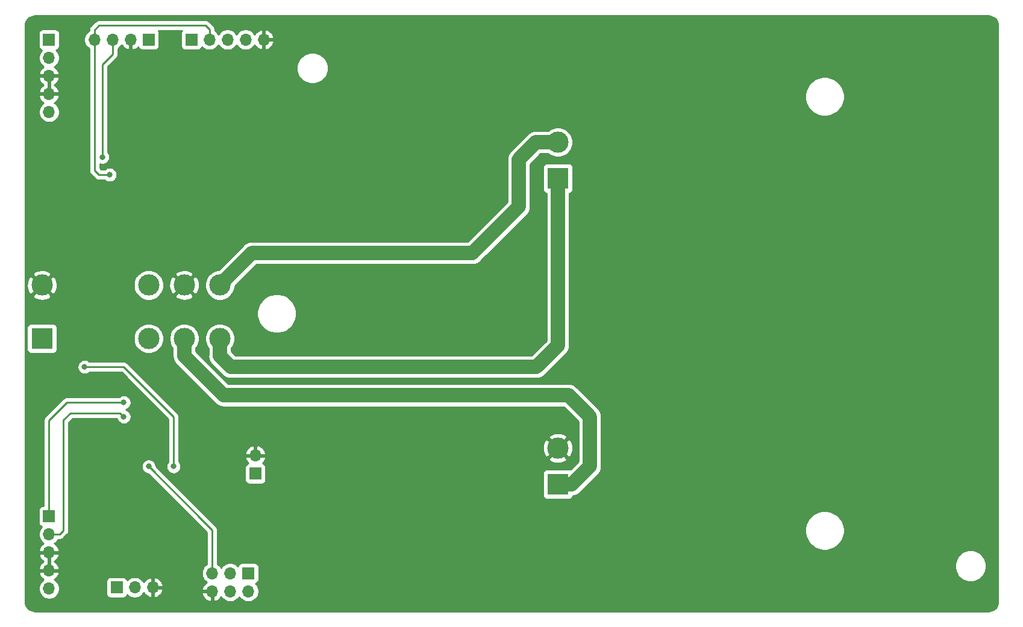
<source format=gbl>
G04 #@! TF.GenerationSoftware,KiCad,Pcbnew,(5.1.8)-1*
G04 #@! TF.CreationDate,2021-05-16T02:31:53+02:00*
G04 #@! TF.ProjectId,gtimer,6774696d-6572-42e6-9b69-6361645f7063,rev?*
G04 #@! TF.SameCoordinates,Original*
G04 #@! TF.FileFunction,Copper,L2,Bot*
G04 #@! TF.FilePolarity,Positive*
%FSLAX46Y46*%
G04 Gerber Fmt 4.6, Leading zero omitted, Abs format (unit mm)*
G04 Created by KiCad (PCBNEW (5.1.8)-1) date 2021-05-16 02:31:53*
%MOMM*%
%LPD*%
G01*
G04 APERTURE LIST*
G04 #@! TA.AperFunction,ComponentPad*
%ADD10R,1.700000X1.700000*%
G04 #@! TD*
G04 #@! TA.AperFunction,ComponentPad*
%ADD11O,1.700000X1.700000*%
G04 #@! TD*
G04 #@! TA.AperFunction,ComponentPad*
%ADD12R,3.000000X3.000000*%
G04 #@! TD*
G04 #@! TA.AperFunction,ComponentPad*
%ADD13C,3.000000*%
G04 #@! TD*
G04 #@! TA.AperFunction,ViaPad*
%ADD14C,0.800000*%
G04 #@! TD*
G04 #@! TA.AperFunction,Conductor*
%ADD15C,2.000000*%
G04 #@! TD*
G04 #@! TA.AperFunction,Conductor*
%ADD16C,0.250000*%
G04 #@! TD*
G04 #@! TA.AperFunction,Conductor*
%ADD17C,0.254000*%
G04 #@! TD*
G04 #@! TA.AperFunction,Conductor*
%ADD18C,0.100000*%
G04 #@! TD*
G04 APERTURE END LIST*
D10*
X26000000Y-91000000D03*
D11*
X26000000Y-93540000D03*
X26000000Y-96080000D03*
X26000000Y-98620000D03*
X26000000Y-101160000D03*
D10*
X26000000Y-24000000D03*
D11*
X26000000Y-26540000D03*
X26000000Y-29080000D03*
X26000000Y-31620000D03*
X26000000Y-34160000D03*
D10*
X46000000Y-24000000D03*
D11*
X48540000Y-24000000D03*
X51080000Y-24000000D03*
X53620000Y-24000000D03*
X56160000Y-24000000D03*
D12*
X97500000Y-43500000D03*
D13*
X97500000Y-38420000D03*
D12*
X97500000Y-86500000D03*
D13*
X97500000Y-81420000D03*
D12*
X25000000Y-66000000D03*
D13*
X25000000Y-58500000D03*
X45000000Y-66000000D03*
X50000000Y-66000000D03*
X40000000Y-66000000D03*
X45000000Y-58500000D03*
X50000000Y-58500000D03*
X40000000Y-58500000D03*
D10*
X55000000Y-85000000D03*
D11*
X55000000Y-82460000D03*
D10*
X54000000Y-99000000D03*
D11*
X54000000Y-101540000D03*
X51460000Y-99000000D03*
X51460000Y-101540000D03*
X48920000Y-99000000D03*
X48920000Y-101540000D03*
D10*
X35500000Y-101000000D03*
D11*
X38040000Y-101000000D03*
X40580000Y-101000000D03*
D10*
X40000000Y-24000000D03*
D11*
X37460000Y-24000000D03*
X34920000Y-24000000D03*
X32380000Y-24000000D03*
D14*
X40750000Y-70750000D03*
X40000000Y-84000000D03*
X33500000Y-40500000D03*
X34500000Y-43000000D03*
X36500000Y-75000000D03*
X36500000Y-77000000D03*
X43500000Y-84000000D03*
X31000000Y-70000000D03*
D15*
X102000000Y-84000000D02*
X99500000Y-86500000D01*
X102000000Y-77000000D02*
X102000000Y-84000000D01*
X99000000Y-74000000D02*
X102000000Y-77000000D01*
X99500000Y-86500000D02*
X97500000Y-86500000D01*
X50500000Y-74000000D02*
X99000000Y-74000000D01*
X45000000Y-68500000D02*
X50500000Y-74000000D01*
X45000000Y-66000000D02*
X45000000Y-68500000D01*
D16*
X48920000Y-92920000D02*
X48000000Y-92000000D01*
X48920000Y-99000000D02*
X48920000Y-92920000D01*
X48000000Y-92000000D02*
X40000000Y-84000000D01*
X34920000Y-24000000D02*
X34920000Y-26080000D01*
X33500000Y-36500000D02*
X33500000Y-27500000D01*
X34920000Y-26080000D02*
X33500000Y-27500000D01*
X33500000Y-36500000D02*
X33500000Y-40500000D01*
X48540000Y-24000000D02*
X48540000Y-22540000D01*
X48540000Y-22540000D02*
X48000000Y-22000000D01*
X32380000Y-24000000D02*
X32380000Y-22620000D01*
X33000000Y-22000000D02*
X48000000Y-22000000D01*
X32380000Y-22620000D02*
X33000000Y-22000000D01*
X32380000Y-24000000D02*
X32380000Y-41880000D01*
X34500000Y-43000000D02*
X33000000Y-43000000D01*
X32380000Y-42380000D02*
X32380000Y-41880000D01*
X33000000Y-43000000D02*
X32380000Y-42380000D01*
X26000000Y-83030923D02*
X26000000Y-91000000D01*
X26000000Y-77500000D02*
X26000000Y-83030923D01*
X28500000Y-75000000D02*
X26000000Y-77500000D01*
X36500000Y-75000000D02*
X28500000Y-75000000D01*
X36000000Y-76500000D02*
X36500000Y-77000000D01*
X29000000Y-76500000D02*
X36000000Y-76500000D01*
X28020000Y-77480000D02*
X29000000Y-76500000D01*
X28020000Y-92980000D02*
X28020000Y-77480000D01*
X27460000Y-93540000D02*
X28020000Y-92980000D01*
X26000000Y-93540000D02*
X27460000Y-93540000D01*
X33500000Y-70000000D02*
X31000000Y-70000000D01*
X36500000Y-70000000D02*
X33500000Y-70000000D01*
X43500000Y-77000000D02*
X36500000Y-70000000D01*
X43500000Y-84000000D02*
X43500000Y-77000000D01*
D15*
X94500000Y-70000000D02*
X97500000Y-67000000D01*
X51500000Y-70000000D02*
X94500000Y-70000000D01*
X97500000Y-67000000D02*
X97500000Y-43500000D01*
X50000000Y-68500000D02*
X51500000Y-70000000D01*
X50000000Y-66000000D02*
X50000000Y-68500000D01*
X55500000Y-54000000D02*
X85500000Y-54000000D01*
X85500000Y-54000000D02*
X92000000Y-47500000D01*
X92000000Y-40840000D02*
X94420000Y-38420000D01*
X92000000Y-47500000D02*
X92000000Y-40840000D01*
X94420000Y-38420000D02*
X97500000Y-38420000D01*
X54500000Y-54000000D02*
X50000000Y-58500000D01*
X55500000Y-54000000D02*
X54500000Y-54000000D01*
D17*
X158259659Y-20688625D02*
X158509429Y-20764035D01*
X158739792Y-20886522D01*
X158941980Y-21051422D01*
X159108286Y-21252450D01*
X159232378Y-21481954D01*
X159309531Y-21731195D01*
X159340000Y-22021088D01*
X159340001Y-102967711D01*
X159311375Y-103259660D01*
X159235965Y-103509429D01*
X159113477Y-103739794D01*
X158948579Y-103941979D01*
X158747546Y-104108288D01*
X158518046Y-104232378D01*
X158268805Y-104309531D01*
X157978911Y-104340000D01*
X24032279Y-104340000D01*
X23740340Y-104311375D01*
X23490571Y-104235965D01*
X23260206Y-104113477D01*
X23058021Y-103948579D01*
X22891712Y-103747546D01*
X22767622Y-103518046D01*
X22690469Y-103268805D01*
X22660000Y-102978911D01*
X22660000Y-101013740D01*
X24515000Y-101013740D01*
X24515000Y-101306260D01*
X24572068Y-101593158D01*
X24684010Y-101863411D01*
X24846525Y-102106632D01*
X25053368Y-102313475D01*
X25296589Y-102475990D01*
X25566842Y-102587932D01*
X25853740Y-102645000D01*
X26146260Y-102645000D01*
X26433158Y-102587932D01*
X26703411Y-102475990D01*
X26946632Y-102313475D01*
X27153475Y-102106632D01*
X27315990Y-101863411D01*
X27427932Y-101593158D01*
X27485000Y-101306260D01*
X27485000Y-101013740D01*
X27427932Y-100726842D01*
X27315990Y-100456589D01*
X27153475Y-100213368D01*
X27090107Y-100150000D01*
X34011928Y-100150000D01*
X34011928Y-101850000D01*
X34024188Y-101974482D01*
X34060498Y-102094180D01*
X34119463Y-102204494D01*
X34198815Y-102301185D01*
X34295506Y-102380537D01*
X34405820Y-102439502D01*
X34525518Y-102475812D01*
X34650000Y-102488072D01*
X36350000Y-102488072D01*
X36474482Y-102475812D01*
X36594180Y-102439502D01*
X36704494Y-102380537D01*
X36801185Y-102301185D01*
X36880537Y-102204494D01*
X36939502Y-102094180D01*
X36961513Y-102021620D01*
X37093368Y-102153475D01*
X37336589Y-102315990D01*
X37606842Y-102427932D01*
X37893740Y-102485000D01*
X38186260Y-102485000D01*
X38473158Y-102427932D01*
X38743411Y-102315990D01*
X38986632Y-102153475D01*
X39193475Y-101946632D01*
X39315195Y-101764466D01*
X39384822Y-101881355D01*
X39579731Y-102097588D01*
X39813080Y-102271641D01*
X40075901Y-102396825D01*
X40223110Y-102441476D01*
X40453000Y-102320155D01*
X40453000Y-101127000D01*
X40707000Y-101127000D01*
X40707000Y-102320155D01*
X40936890Y-102441476D01*
X41084099Y-102396825D01*
X41346920Y-102271641D01*
X41580269Y-102097588D01*
X41761174Y-101896891D01*
X47478519Y-101896891D01*
X47575843Y-102171252D01*
X47724822Y-102421355D01*
X47919731Y-102637588D01*
X48153080Y-102811641D01*
X48415901Y-102936825D01*
X48563110Y-102981476D01*
X48793000Y-102860155D01*
X48793000Y-101667000D01*
X47599186Y-101667000D01*
X47478519Y-101896891D01*
X41761174Y-101896891D01*
X41775178Y-101881355D01*
X41924157Y-101631252D01*
X42021481Y-101356891D01*
X41900814Y-101127000D01*
X40707000Y-101127000D01*
X40453000Y-101127000D01*
X40433000Y-101127000D01*
X40433000Y-100873000D01*
X40453000Y-100873000D01*
X40453000Y-99679845D01*
X40707000Y-99679845D01*
X40707000Y-100873000D01*
X41900814Y-100873000D01*
X42021481Y-100643109D01*
X41924157Y-100368748D01*
X41775178Y-100118645D01*
X41580269Y-99902412D01*
X41346920Y-99728359D01*
X41084099Y-99603175D01*
X40936890Y-99558524D01*
X40707000Y-99679845D01*
X40453000Y-99679845D01*
X40223110Y-99558524D01*
X40075901Y-99603175D01*
X39813080Y-99728359D01*
X39579731Y-99902412D01*
X39384822Y-100118645D01*
X39315195Y-100235534D01*
X39193475Y-100053368D01*
X38986632Y-99846525D01*
X38743411Y-99684010D01*
X38473158Y-99572068D01*
X38186260Y-99515000D01*
X37893740Y-99515000D01*
X37606842Y-99572068D01*
X37336589Y-99684010D01*
X37093368Y-99846525D01*
X36961513Y-99978380D01*
X36939502Y-99905820D01*
X36880537Y-99795506D01*
X36801185Y-99698815D01*
X36704494Y-99619463D01*
X36594180Y-99560498D01*
X36474482Y-99524188D01*
X36350000Y-99511928D01*
X34650000Y-99511928D01*
X34525518Y-99524188D01*
X34405820Y-99560498D01*
X34295506Y-99619463D01*
X34198815Y-99698815D01*
X34119463Y-99795506D01*
X34060498Y-99905820D01*
X34024188Y-100025518D01*
X34011928Y-100150000D01*
X27090107Y-100150000D01*
X26946632Y-100006525D01*
X26764466Y-99884805D01*
X26881355Y-99815178D01*
X27097588Y-99620269D01*
X27271641Y-99386920D01*
X27396825Y-99124099D01*
X27441476Y-98976890D01*
X27320155Y-98747000D01*
X26127000Y-98747000D01*
X26127000Y-98767000D01*
X25873000Y-98767000D01*
X25873000Y-98747000D01*
X24679845Y-98747000D01*
X24558524Y-98976890D01*
X24603175Y-99124099D01*
X24728359Y-99386920D01*
X24902412Y-99620269D01*
X25118645Y-99815178D01*
X25235534Y-99884805D01*
X25053368Y-100006525D01*
X24846525Y-100213368D01*
X24684010Y-100456589D01*
X24572068Y-100726842D01*
X24515000Y-101013740D01*
X22660000Y-101013740D01*
X22660000Y-96436890D01*
X24558524Y-96436890D01*
X24603175Y-96584099D01*
X24728359Y-96846920D01*
X24902412Y-97080269D01*
X25118645Y-97275178D01*
X25244255Y-97350000D01*
X25118645Y-97424822D01*
X24902412Y-97619731D01*
X24728359Y-97853080D01*
X24603175Y-98115901D01*
X24558524Y-98263110D01*
X24679845Y-98493000D01*
X25873000Y-98493000D01*
X25873000Y-96207000D01*
X26127000Y-96207000D01*
X26127000Y-98493000D01*
X27320155Y-98493000D01*
X27441476Y-98263110D01*
X27396825Y-98115901D01*
X27271641Y-97853080D01*
X27097588Y-97619731D01*
X26881355Y-97424822D01*
X26755745Y-97350000D01*
X26881355Y-97275178D01*
X27097588Y-97080269D01*
X27271641Y-96846920D01*
X27396825Y-96584099D01*
X27441476Y-96436890D01*
X27320155Y-96207000D01*
X26127000Y-96207000D01*
X25873000Y-96207000D01*
X24679845Y-96207000D01*
X24558524Y-96436890D01*
X22660000Y-96436890D01*
X22660000Y-90150000D01*
X24511928Y-90150000D01*
X24511928Y-91850000D01*
X24524188Y-91974482D01*
X24560498Y-92094180D01*
X24619463Y-92204494D01*
X24698815Y-92301185D01*
X24795506Y-92380537D01*
X24905820Y-92439502D01*
X24978380Y-92461513D01*
X24846525Y-92593368D01*
X24684010Y-92836589D01*
X24572068Y-93106842D01*
X24515000Y-93393740D01*
X24515000Y-93686260D01*
X24572068Y-93973158D01*
X24684010Y-94243411D01*
X24846525Y-94486632D01*
X25053368Y-94693475D01*
X25235534Y-94815195D01*
X25118645Y-94884822D01*
X24902412Y-95079731D01*
X24728359Y-95313080D01*
X24603175Y-95575901D01*
X24558524Y-95723110D01*
X24679845Y-95953000D01*
X25873000Y-95953000D01*
X25873000Y-95933000D01*
X26127000Y-95933000D01*
X26127000Y-95953000D01*
X27320155Y-95953000D01*
X27441476Y-95723110D01*
X27396825Y-95575901D01*
X27271641Y-95313080D01*
X27097588Y-95079731D01*
X26881355Y-94884822D01*
X26764466Y-94815195D01*
X26946632Y-94693475D01*
X27153475Y-94486632D01*
X27278178Y-94300000D01*
X27422678Y-94300000D01*
X27460000Y-94303676D01*
X27497322Y-94300000D01*
X27497333Y-94300000D01*
X27608986Y-94289003D01*
X27752247Y-94245546D01*
X27884276Y-94174974D01*
X28000001Y-94080001D01*
X28023803Y-94050998D01*
X28531003Y-93543798D01*
X28560001Y-93520001D01*
X28654974Y-93404276D01*
X28725546Y-93272247D01*
X28769003Y-93128986D01*
X28780000Y-93017333D01*
X28780000Y-93017332D01*
X28783677Y-92980000D01*
X28780000Y-92942667D01*
X28780000Y-83898061D01*
X38965000Y-83898061D01*
X38965000Y-84101939D01*
X39004774Y-84301898D01*
X39082795Y-84490256D01*
X39196063Y-84659774D01*
X39340226Y-84803937D01*
X39509744Y-84917205D01*
X39698102Y-84995226D01*
X39898061Y-85035000D01*
X39960199Y-85035000D01*
X47488996Y-92563799D01*
X47489007Y-92563808D01*
X48160001Y-93234803D01*
X48160000Y-97721821D01*
X47973368Y-97846525D01*
X47766525Y-98053368D01*
X47604010Y-98296589D01*
X47492068Y-98566842D01*
X47435000Y-98853740D01*
X47435000Y-99146260D01*
X47492068Y-99433158D01*
X47604010Y-99703411D01*
X47766525Y-99946632D01*
X47973368Y-100153475D01*
X48149406Y-100271100D01*
X47919731Y-100442412D01*
X47724822Y-100658645D01*
X47575843Y-100908748D01*
X47478519Y-101183109D01*
X47599186Y-101413000D01*
X48793000Y-101413000D01*
X48793000Y-101393000D01*
X49047000Y-101393000D01*
X49047000Y-101413000D01*
X49067000Y-101413000D01*
X49067000Y-101667000D01*
X49047000Y-101667000D01*
X49047000Y-102860155D01*
X49276890Y-102981476D01*
X49424099Y-102936825D01*
X49686920Y-102811641D01*
X49920269Y-102637588D01*
X50115178Y-102421355D01*
X50184805Y-102304466D01*
X50306525Y-102486632D01*
X50513368Y-102693475D01*
X50756589Y-102855990D01*
X51026842Y-102967932D01*
X51313740Y-103025000D01*
X51606260Y-103025000D01*
X51893158Y-102967932D01*
X52163411Y-102855990D01*
X52406632Y-102693475D01*
X52613475Y-102486632D01*
X52730000Y-102312240D01*
X52846525Y-102486632D01*
X53053368Y-102693475D01*
X53296589Y-102855990D01*
X53566842Y-102967932D01*
X53853740Y-103025000D01*
X54146260Y-103025000D01*
X54433158Y-102967932D01*
X54703411Y-102855990D01*
X54946632Y-102693475D01*
X55153475Y-102486632D01*
X55315990Y-102243411D01*
X55427932Y-101973158D01*
X55485000Y-101686260D01*
X55485000Y-101393740D01*
X55427932Y-101106842D01*
X55315990Y-100836589D01*
X55153475Y-100593368D01*
X55021620Y-100461513D01*
X55094180Y-100439502D01*
X55204494Y-100380537D01*
X55301185Y-100301185D01*
X55380537Y-100204494D01*
X55439502Y-100094180D01*
X55475812Y-99974482D01*
X55488072Y-99850000D01*
X55488072Y-98150000D01*
X55475812Y-98025518D01*
X55439502Y-97905820D01*
X55380537Y-97795506D01*
X55367707Y-97779872D01*
X153265000Y-97779872D01*
X153265000Y-98220128D01*
X153350890Y-98651925D01*
X153519369Y-99058669D01*
X153763962Y-99424729D01*
X154075271Y-99736038D01*
X154441331Y-99980631D01*
X154848075Y-100149110D01*
X155279872Y-100235000D01*
X155720128Y-100235000D01*
X156151925Y-100149110D01*
X156558669Y-99980631D01*
X156924729Y-99736038D01*
X157236038Y-99424729D01*
X157480631Y-99058669D01*
X157649110Y-98651925D01*
X157735000Y-98220128D01*
X157735000Y-97779872D01*
X157649110Y-97348075D01*
X157480631Y-96941331D01*
X157236038Y-96575271D01*
X156924729Y-96263962D01*
X156558669Y-96019369D01*
X156151925Y-95850890D01*
X155720128Y-95765000D01*
X155279872Y-95765000D01*
X154848075Y-95850890D01*
X154441331Y-96019369D01*
X154075271Y-96263962D01*
X153763962Y-96575271D01*
X153519369Y-96941331D01*
X153350890Y-97348075D01*
X153265000Y-97779872D01*
X55367707Y-97779872D01*
X55301185Y-97698815D01*
X55204494Y-97619463D01*
X55094180Y-97560498D01*
X54974482Y-97524188D01*
X54850000Y-97511928D01*
X53150000Y-97511928D01*
X53025518Y-97524188D01*
X52905820Y-97560498D01*
X52795506Y-97619463D01*
X52698815Y-97698815D01*
X52619463Y-97795506D01*
X52560498Y-97905820D01*
X52538487Y-97978380D01*
X52406632Y-97846525D01*
X52163411Y-97684010D01*
X51893158Y-97572068D01*
X51606260Y-97515000D01*
X51313740Y-97515000D01*
X51026842Y-97572068D01*
X50756589Y-97684010D01*
X50513368Y-97846525D01*
X50306525Y-98053368D01*
X50190000Y-98227760D01*
X50073475Y-98053368D01*
X49866632Y-97846525D01*
X49680000Y-97721822D01*
X49680000Y-92957322D01*
X49683676Y-92919999D01*
X49680000Y-92882676D01*
X49680000Y-92882667D01*
X49669003Y-92771014D01*
X49655258Y-92725701D01*
X132215000Y-92725701D01*
X132215000Y-93274299D01*
X132322026Y-93812354D01*
X132531965Y-94319192D01*
X132836750Y-94775334D01*
X133224666Y-95163250D01*
X133680808Y-95468035D01*
X134187646Y-95677974D01*
X134725701Y-95785000D01*
X135274299Y-95785000D01*
X135812354Y-95677974D01*
X136319192Y-95468035D01*
X136775334Y-95163250D01*
X137163250Y-94775334D01*
X137468035Y-94319192D01*
X137677974Y-93812354D01*
X137785000Y-93274299D01*
X137785000Y-92725701D01*
X137677974Y-92187646D01*
X137468035Y-91680808D01*
X137163250Y-91224666D01*
X136775334Y-90836750D01*
X136319192Y-90531965D01*
X135812354Y-90322026D01*
X135274299Y-90215000D01*
X134725701Y-90215000D01*
X134187646Y-90322026D01*
X133680808Y-90531965D01*
X133224666Y-90836750D01*
X132836750Y-91224666D01*
X132531965Y-91680808D01*
X132322026Y-92187646D01*
X132215000Y-92725701D01*
X49655258Y-92725701D01*
X49625546Y-92627753D01*
X49554974Y-92495724D01*
X49508834Y-92439502D01*
X49483799Y-92408996D01*
X49483795Y-92408992D01*
X49460001Y-92379999D01*
X49431008Y-92356205D01*
X48563808Y-91489007D01*
X48563799Y-91488996D01*
X41035000Y-83960199D01*
X41035000Y-83898061D01*
X40995226Y-83698102D01*
X40917205Y-83509744D01*
X40803937Y-83340226D01*
X40659774Y-83196063D01*
X40490256Y-83082795D01*
X40301898Y-83004774D01*
X40101939Y-82965000D01*
X39898061Y-82965000D01*
X39698102Y-83004774D01*
X39509744Y-83082795D01*
X39340226Y-83196063D01*
X39196063Y-83340226D01*
X39082795Y-83509744D01*
X39004774Y-83698102D01*
X38965000Y-83898061D01*
X28780000Y-83898061D01*
X28780000Y-77794801D01*
X29314802Y-77260000D01*
X35496440Y-77260000D01*
X35504774Y-77301898D01*
X35582795Y-77490256D01*
X35696063Y-77659774D01*
X35840226Y-77803937D01*
X36009744Y-77917205D01*
X36198102Y-77995226D01*
X36398061Y-78035000D01*
X36601939Y-78035000D01*
X36801898Y-77995226D01*
X36990256Y-77917205D01*
X37159774Y-77803937D01*
X37303937Y-77659774D01*
X37417205Y-77490256D01*
X37495226Y-77301898D01*
X37535000Y-77101939D01*
X37535000Y-76898061D01*
X37495226Y-76698102D01*
X37417205Y-76509744D01*
X37303937Y-76340226D01*
X37159774Y-76196063D01*
X36990256Y-76082795D01*
X36801898Y-76004774D01*
X36777897Y-76000000D01*
X36801898Y-75995226D01*
X36990256Y-75917205D01*
X37159774Y-75803937D01*
X37303937Y-75659774D01*
X37417205Y-75490256D01*
X37495226Y-75301898D01*
X37535000Y-75101939D01*
X37535000Y-74898061D01*
X37495226Y-74698102D01*
X37417205Y-74509744D01*
X37303937Y-74340226D01*
X37159774Y-74196063D01*
X36990256Y-74082795D01*
X36801898Y-74004774D01*
X36601939Y-73965000D01*
X36398061Y-73965000D01*
X36198102Y-74004774D01*
X36009744Y-74082795D01*
X35840226Y-74196063D01*
X35796289Y-74240000D01*
X28537323Y-74240000D01*
X28500000Y-74236324D01*
X28462677Y-74240000D01*
X28462667Y-74240000D01*
X28351014Y-74250997D01*
X28207753Y-74294454D01*
X28075723Y-74365026D01*
X27992083Y-74433668D01*
X27959999Y-74459999D01*
X27936201Y-74488997D01*
X25489003Y-76936196D01*
X25459999Y-76959999D01*
X25404871Y-77027174D01*
X25365026Y-77075724D01*
X25305145Y-77187753D01*
X25294454Y-77207754D01*
X25250997Y-77351015D01*
X25240000Y-77462668D01*
X25240000Y-77462678D01*
X25236324Y-77500000D01*
X25240000Y-77537323D01*
X25240001Y-82993581D01*
X25240000Y-82993591D01*
X25240001Y-89511928D01*
X25150000Y-89511928D01*
X25025518Y-89524188D01*
X24905820Y-89560498D01*
X24795506Y-89619463D01*
X24698815Y-89698815D01*
X24619463Y-89795506D01*
X24560498Y-89905820D01*
X24524188Y-90025518D01*
X24511928Y-90150000D01*
X22660000Y-90150000D01*
X22660000Y-69898061D01*
X29965000Y-69898061D01*
X29965000Y-70101939D01*
X30004774Y-70301898D01*
X30082795Y-70490256D01*
X30196063Y-70659774D01*
X30340226Y-70803937D01*
X30509744Y-70917205D01*
X30698102Y-70995226D01*
X30898061Y-71035000D01*
X31101939Y-71035000D01*
X31301898Y-70995226D01*
X31490256Y-70917205D01*
X31659774Y-70803937D01*
X31703711Y-70760000D01*
X36185199Y-70760000D01*
X42740001Y-77314803D01*
X42740000Y-83296289D01*
X42696063Y-83340226D01*
X42582795Y-83509744D01*
X42504774Y-83698102D01*
X42465000Y-83898061D01*
X42465000Y-84101939D01*
X42504774Y-84301898D01*
X42582795Y-84490256D01*
X42696063Y-84659774D01*
X42840226Y-84803937D01*
X43009744Y-84917205D01*
X43198102Y-84995226D01*
X43398061Y-85035000D01*
X43601939Y-85035000D01*
X43801898Y-84995226D01*
X43990256Y-84917205D01*
X44159774Y-84803937D01*
X44303937Y-84659774D01*
X44417205Y-84490256D01*
X44495226Y-84301898D01*
X44525440Y-84150000D01*
X53511928Y-84150000D01*
X53511928Y-85850000D01*
X53524188Y-85974482D01*
X53560498Y-86094180D01*
X53619463Y-86204494D01*
X53698815Y-86301185D01*
X53795506Y-86380537D01*
X53905820Y-86439502D01*
X54025518Y-86475812D01*
X54150000Y-86488072D01*
X55850000Y-86488072D01*
X55974482Y-86475812D01*
X56094180Y-86439502D01*
X56204494Y-86380537D01*
X56301185Y-86301185D01*
X56380537Y-86204494D01*
X56439502Y-86094180D01*
X56475812Y-85974482D01*
X56488072Y-85850000D01*
X56488072Y-84150000D01*
X56475812Y-84025518D01*
X56439502Y-83905820D01*
X56380537Y-83795506D01*
X56301185Y-83698815D01*
X56204494Y-83619463D01*
X56094180Y-83560498D01*
X56013534Y-83536034D01*
X56097588Y-83460269D01*
X56271641Y-83226920D01*
X56396825Y-82964099D01*
X56412732Y-82911653D01*
X96187952Y-82911653D01*
X96343962Y-83227214D01*
X96718745Y-83418020D01*
X97123551Y-83532044D01*
X97542824Y-83564902D01*
X97960451Y-83515334D01*
X98360383Y-83385243D01*
X98656038Y-83227214D01*
X98812048Y-82911653D01*
X97500000Y-81599605D01*
X96187952Y-82911653D01*
X56412732Y-82911653D01*
X56441476Y-82816890D01*
X56320155Y-82587000D01*
X55127000Y-82587000D01*
X55127000Y-82607000D01*
X54873000Y-82607000D01*
X54873000Y-82587000D01*
X53679845Y-82587000D01*
X53558524Y-82816890D01*
X53603175Y-82964099D01*
X53728359Y-83226920D01*
X53902412Y-83460269D01*
X53986466Y-83536034D01*
X53905820Y-83560498D01*
X53795506Y-83619463D01*
X53698815Y-83698815D01*
X53619463Y-83795506D01*
X53560498Y-83905820D01*
X53524188Y-84025518D01*
X53511928Y-84150000D01*
X44525440Y-84150000D01*
X44535000Y-84101939D01*
X44535000Y-83898061D01*
X44495226Y-83698102D01*
X44417205Y-83509744D01*
X44303937Y-83340226D01*
X44260000Y-83296289D01*
X44260000Y-82103110D01*
X53558524Y-82103110D01*
X53679845Y-82333000D01*
X54873000Y-82333000D01*
X54873000Y-81139186D01*
X55127000Y-81139186D01*
X55127000Y-82333000D01*
X56320155Y-82333000D01*
X56441476Y-82103110D01*
X56396825Y-81955901D01*
X56271641Y-81693080D01*
X56099896Y-81462824D01*
X95355098Y-81462824D01*
X95404666Y-81880451D01*
X95534757Y-82280383D01*
X95692786Y-82576038D01*
X96008347Y-82732048D01*
X97320395Y-81420000D01*
X97679605Y-81420000D01*
X98991653Y-82732048D01*
X99307214Y-82576038D01*
X99498020Y-82201255D01*
X99612044Y-81796449D01*
X99644902Y-81377176D01*
X99595334Y-80959549D01*
X99465243Y-80559617D01*
X99307214Y-80263962D01*
X98991653Y-80107952D01*
X97679605Y-81420000D01*
X97320395Y-81420000D01*
X96008347Y-80107952D01*
X95692786Y-80263962D01*
X95501980Y-80638745D01*
X95387956Y-81043551D01*
X95355098Y-81462824D01*
X56099896Y-81462824D01*
X56097588Y-81459731D01*
X55881355Y-81264822D01*
X55631252Y-81115843D01*
X55356891Y-81018519D01*
X55127000Y-81139186D01*
X54873000Y-81139186D01*
X54643109Y-81018519D01*
X54368748Y-81115843D01*
X54118645Y-81264822D01*
X53902412Y-81459731D01*
X53728359Y-81693080D01*
X53603175Y-81955901D01*
X53558524Y-82103110D01*
X44260000Y-82103110D01*
X44260000Y-79928347D01*
X96187952Y-79928347D01*
X97500000Y-81240395D01*
X98812048Y-79928347D01*
X98656038Y-79612786D01*
X98281255Y-79421980D01*
X97876449Y-79307956D01*
X97457176Y-79275098D01*
X97039549Y-79324666D01*
X96639617Y-79454757D01*
X96343962Y-79612786D01*
X96187952Y-79928347D01*
X44260000Y-79928347D01*
X44260000Y-77037323D01*
X44263676Y-77000000D01*
X44260000Y-76962677D01*
X44260000Y-76962667D01*
X44249003Y-76851014D01*
X44205546Y-76707753D01*
X44190435Y-76679483D01*
X44134974Y-76575723D01*
X44063799Y-76488997D01*
X44040001Y-76459999D01*
X44011003Y-76436201D01*
X37063804Y-69489003D01*
X37040001Y-69459999D01*
X36924276Y-69365026D01*
X36792247Y-69294454D01*
X36648986Y-69250997D01*
X36537333Y-69240000D01*
X36537322Y-69240000D01*
X36500000Y-69236324D01*
X36462678Y-69240000D01*
X31703711Y-69240000D01*
X31659774Y-69196063D01*
X31490256Y-69082795D01*
X31301898Y-69004774D01*
X31101939Y-68965000D01*
X30898061Y-68965000D01*
X30698102Y-69004774D01*
X30509744Y-69082795D01*
X30340226Y-69196063D01*
X30196063Y-69340226D01*
X30082795Y-69509744D01*
X30004774Y-69698102D01*
X29965000Y-69898061D01*
X22660000Y-69898061D01*
X22660000Y-64500000D01*
X22861928Y-64500000D01*
X22861928Y-67500000D01*
X22874188Y-67624482D01*
X22910498Y-67744180D01*
X22969463Y-67854494D01*
X23048815Y-67951185D01*
X23145506Y-68030537D01*
X23255820Y-68089502D01*
X23375518Y-68125812D01*
X23500000Y-68138072D01*
X26500000Y-68138072D01*
X26624482Y-68125812D01*
X26744180Y-68089502D01*
X26854494Y-68030537D01*
X26951185Y-67951185D01*
X27030537Y-67854494D01*
X27089502Y-67744180D01*
X27125812Y-67624482D01*
X27138072Y-67500000D01*
X27138072Y-65789721D01*
X37865000Y-65789721D01*
X37865000Y-66210279D01*
X37947047Y-66622756D01*
X38107988Y-67011302D01*
X38341637Y-67360983D01*
X38639017Y-67658363D01*
X38988698Y-67892012D01*
X39377244Y-68052953D01*
X39789721Y-68135000D01*
X40210279Y-68135000D01*
X40622756Y-68052953D01*
X41011302Y-67892012D01*
X41360983Y-67658363D01*
X41658363Y-67360983D01*
X41892012Y-67011302D01*
X42052953Y-66622756D01*
X42135000Y-66210279D01*
X42135000Y-65789721D01*
X42865000Y-65789721D01*
X42865000Y-66210279D01*
X42947047Y-66622756D01*
X43107988Y-67011302D01*
X43341637Y-67360983D01*
X43365001Y-67384347D01*
X43365001Y-68419671D01*
X43357089Y-68500000D01*
X43388658Y-68820516D01*
X43482148Y-69128714D01*
X43570738Y-69294454D01*
X43633970Y-69412752D01*
X43838287Y-69661714D01*
X43900682Y-69712920D01*
X49287083Y-75099323D01*
X49338286Y-75161714D01*
X49587248Y-75366031D01*
X49696217Y-75424276D01*
X49871285Y-75517852D01*
X50179483Y-75611343D01*
X50500000Y-75642911D01*
X50580322Y-75635000D01*
X98322762Y-75635000D01*
X100365000Y-77677240D01*
X100365001Y-83322760D01*
X99265740Y-84422022D01*
X99244180Y-84410498D01*
X99124482Y-84374188D01*
X99000000Y-84361928D01*
X96000000Y-84361928D01*
X95875518Y-84374188D01*
X95755820Y-84410498D01*
X95645506Y-84469463D01*
X95548815Y-84548815D01*
X95469463Y-84645506D01*
X95410498Y-84755820D01*
X95374188Y-84875518D01*
X95361928Y-85000000D01*
X95361928Y-88000000D01*
X95374188Y-88124482D01*
X95410498Y-88244180D01*
X95469463Y-88354494D01*
X95548815Y-88451185D01*
X95645506Y-88530537D01*
X95755820Y-88589502D01*
X95875518Y-88625812D01*
X96000000Y-88638072D01*
X99000000Y-88638072D01*
X99124482Y-88625812D01*
X99244180Y-88589502D01*
X99354494Y-88530537D01*
X99451185Y-88451185D01*
X99530537Y-88354494D01*
X99589502Y-88244180D01*
X99623924Y-88130706D01*
X99820516Y-88111343D01*
X100128715Y-88017852D01*
X100412752Y-87866031D01*
X100661714Y-87661714D01*
X100712925Y-87599313D01*
X103099319Y-85212920D01*
X103161714Y-85161714D01*
X103366031Y-84912752D01*
X103517852Y-84628715D01*
X103611343Y-84320516D01*
X103635000Y-84080322D01*
X103635000Y-84080320D01*
X103642911Y-84000000D01*
X103635000Y-83919681D01*
X103635000Y-77080322D01*
X103642911Y-77000000D01*
X103611343Y-76679483D01*
X103517852Y-76371285D01*
X103424194Y-76196063D01*
X103366031Y-76087248D01*
X103161714Y-75838286D01*
X103099325Y-75787085D01*
X100212924Y-72900686D01*
X100161714Y-72838286D01*
X99912752Y-72633969D01*
X99628715Y-72482148D01*
X99320516Y-72388657D01*
X99080322Y-72365000D01*
X99080319Y-72365000D01*
X99000000Y-72357089D01*
X98919681Y-72365000D01*
X51177240Y-72365000D01*
X46635000Y-67822762D01*
X46635000Y-67384346D01*
X46658363Y-67360983D01*
X46892012Y-67011302D01*
X47052953Y-66622756D01*
X47135000Y-66210279D01*
X47135000Y-65789721D01*
X47865000Y-65789721D01*
X47865000Y-66210279D01*
X47947047Y-66622756D01*
X48107988Y-67011302D01*
X48341637Y-67360983D01*
X48365001Y-67384347D01*
X48365001Y-68419671D01*
X48357089Y-68500000D01*
X48388658Y-68820516D01*
X48482148Y-69128714D01*
X48570738Y-69294454D01*
X48633970Y-69412752D01*
X48838287Y-69661714D01*
X48900682Y-69712920D01*
X50287079Y-71099318D01*
X50338286Y-71161714D01*
X50587248Y-71366031D01*
X50871285Y-71517852D01*
X51179484Y-71611343D01*
X51419678Y-71635000D01*
X51419680Y-71635000D01*
X51499999Y-71642911D01*
X51580319Y-71635000D01*
X94419681Y-71635000D01*
X94500000Y-71642911D01*
X94580319Y-71635000D01*
X94580322Y-71635000D01*
X94820516Y-71611343D01*
X95128715Y-71517852D01*
X95412752Y-71366031D01*
X95661714Y-71161714D01*
X95712924Y-71099314D01*
X98599325Y-68212915D01*
X98661714Y-68161714D01*
X98866031Y-67912752D01*
X99017852Y-67628715D01*
X99056897Y-67500000D01*
X99111343Y-67320517D01*
X99142911Y-67000000D01*
X99135000Y-66919678D01*
X99135000Y-45622621D01*
X99244180Y-45589502D01*
X99354494Y-45530537D01*
X99451185Y-45451185D01*
X99530537Y-45354494D01*
X99589502Y-45244180D01*
X99625812Y-45124482D01*
X99638072Y-45000000D01*
X99638072Y-42000000D01*
X99625812Y-41875518D01*
X99589502Y-41755820D01*
X99530537Y-41645506D01*
X99451185Y-41548815D01*
X99354494Y-41469463D01*
X99244180Y-41410498D01*
X99124482Y-41374188D01*
X99000000Y-41361928D01*
X96000000Y-41361928D01*
X95875518Y-41374188D01*
X95755820Y-41410498D01*
X95645506Y-41469463D01*
X95548815Y-41548815D01*
X95469463Y-41645506D01*
X95410498Y-41755820D01*
X95374188Y-41875518D01*
X95361928Y-42000000D01*
X95361928Y-45000000D01*
X95374188Y-45124482D01*
X95410498Y-45244180D01*
X95469463Y-45354494D01*
X95548815Y-45451185D01*
X95645506Y-45530537D01*
X95755820Y-45589502D01*
X95865001Y-45622622D01*
X95865000Y-66322760D01*
X93822762Y-68365000D01*
X52177239Y-68365000D01*
X51635000Y-67822762D01*
X51635000Y-67384346D01*
X51658363Y-67360983D01*
X51892012Y-67011302D01*
X52052953Y-66622756D01*
X52135000Y-66210279D01*
X52135000Y-65789721D01*
X52052953Y-65377244D01*
X51892012Y-64988698D01*
X51658363Y-64639017D01*
X51360983Y-64341637D01*
X51011302Y-64107988D01*
X50622756Y-63947047D01*
X50210279Y-63865000D01*
X49789721Y-63865000D01*
X49377244Y-63947047D01*
X48988698Y-64107988D01*
X48639017Y-64341637D01*
X48341637Y-64639017D01*
X48107988Y-64988698D01*
X47947047Y-65377244D01*
X47865000Y-65789721D01*
X47135000Y-65789721D01*
X47052953Y-65377244D01*
X46892012Y-64988698D01*
X46658363Y-64639017D01*
X46360983Y-64341637D01*
X46011302Y-64107988D01*
X45622756Y-63947047D01*
X45210279Y-63865000D01*
X44789721Y-63865000D01*
X44377244Y-63947047D01*
X43988698Y-64107988D01*
X43639017Y-64341637D01*
X43341637Y-64639017D01*
X43107988Y-64988698D01*
X42947047Y-65377244D01*
X42865000Y-65789721D01*
X42135000Y-65789721D01*
X42052953Y-65377244D01*
X41892012Y-64988698D01*
X41658363Y-64639017D01*
X41360983Y-64341637D01*
X41011302Y-64107988D01*
X40622756Y-63947047D01*
X40210279Y-63865000D01*
X39789721Y-63865000D01*
X39377244Y-63947047D01*
X38988698Y-64107988D01*
X38639017Y-64341637D01*
X38341637Y-64639017D01*
X38107988Y-64988698D01*
X37947047Y-65377244D01*
X37865000Y-65789721D01*
X27138072Y-65789721D01*
X27138072Y-64500000D01*
X27125812Y-64375518D01*
X27089502Y-64255820D01*
X27030537Y-64145506D01*
X26951185Y-64048815D01*
X26854494Y-63969463D01*
X26744180Y-63910498D01*
X26624482Y-63874188D01*
X26500000Y-63861928D01*
X23500000Y-63861928D01*
X23375518Y-63874188D01*
X23255820Y-63910498D01*
X23145506Y-63969463D01*
X23048815Y-64048815D01*
X22969463Y-64145506D01*
X22910498Y-64255820D01*
X22874188Y-64375518D01*
X22861928Y-64500000D01*
X22660000Y-64500000D01*
X22660000Y-62225701D01*
X55215000Y-62225701D01*
X55215000Y-62774299D01*
X55322026Y-63312354D01*
X55531965Y-63819192D01*
X55836750Y-64275334D01*
X56224666Y-64663250D01*
X56680808Y-64968035D01*
X57187646Y-65177974D01*
X57725701Y-65285000D01*
X58274299Y-65285000D01*
X58812354Y-65177974D01*
X59319192Y-64968035D01*
X59775334Y-64663250D01*
X60163250Y-64275334D01*
X60468035Y-63819192D01*
X60677974Y-63312354D01*
X60785000Y-62774299D01*
X60785000Y-62225701D01*
X60677974Y-61687646D01*
X60468035Y-61180808D01*
X60163250Y-60724666D01*
X59775334Y-60336750D01*
X59319192Y-60031965D01*
X58812354Y-59822026D01*
X58274299Y-59715000D01*
X57725701Y-59715000D01*
X57187646Y-59822026D01*
X56680808Y-60031965D01*
X56224666Y-60336750D01*
X55836750Y-60724666D01*
X55531965Y-61180808D01*
X55322026Y-61687646D01*
X55215000Y-62225701D01*
X22660000Y-62225701D01*
X22660000Y-59991653D01*
X23687952Y-59991653D01*
X23843962Y-60307214D01*
X24218745Y-60498020D01*
X24623551Y-60612044D01*
X25042824Y-60644902D01*
X25460451Y-60595334D01*
X25860383Y-60465243D01*
X26156038Y-60307214D01*
X26312048Y-59991653D01*
X25000000Y-58679605D01*
X23687952Y-59991653D01*
X22660000Y-59991653D01*
X22660000Y-58542824D01*
X22855098Y-58542824D01*
X22904666Y-58960451D01*
X23034757Y-59360383D01*
X23192786Y-59656038D01*
X23508347Y-59812048D01*
X24820395Y-58500000D01*
X25179605Y-58500000D01*
X26491653Y-59812048D01*
X26807214Y-59656038D01*
X26998020Y-59281255D01*
X27112044Y-58876449D01*
X27144902Y-58457176D01*
X27125027Y-58289721D01*
X37865000Y-58289721D01*
X37865000Y-58710279D01*
X37947047Y-59122756D01*
X38107988Y-59511302D01*
X38341637Y-59860983D01*
X38639017Y-60158363D01*
X38988698Y-60392012D01*
X39377244Y-60552953D01*
X39789721Y-60635000D01*
X40210279Y-60635000D01*
X40622756Y-60552953D01*
X41011302Y-60392012D01*
X41360983Y-60158363D01*
X41527693Y-59991653D01*
X43687952Y-59991653D01*
X43843962Y-60307214D01*
X44218745Y-60498020D01*
X44623551Y-60612044D01*
X45042824Y-60644902D01*
X45460451Y-60595334D01*
X45860383Y-60465243D01*
X46156038Y-60307214D01*
X46312048Y-59991653D01*
X45000000Y-58679605D01*
X43687952Y-59991653D01*
X41527693Y-59991653D01*
X41658363Y-59860983D01*
X41892012Y-59511302D01*
X42052953Y-59122756D01*
X42135000Y-58710279D01*
X42135000Y-58542824D01*
X42855098Y-58542824D01*
X42904666Y-58960451D01*
X43034757Y-59360383D01*
X43192786Y-59656038D01*
X43508347Y-59812048D01*
X44820395Y-58500000D01*
X45179605Y-58500000D01*
X46491653Y-59812048D01*
X46807214Y-59656038D01*
X46998020Y-59281255D01*
X47112044Y-58876449D01*
X47144902Y-58457176D01*
X47125027Y-58289721D01*
X47865000Y-58289721D01*
X47865000Y-58710279D01*
X47947047Y-59122756D01*
X48107988Y-59511302D01*
X48341637Y-59860983D01*
X48639017Y-60158363D01*
X48988698Y-60392012D01*
X49377244Y-60552953D01*
X49789721Y-60635000D01*
X50210279Y-60635000D01*
X50622756Y-60552953D01*
X51011302Y-60392012D01*
X51360983Y-60158363D01*
X51658363Y-59860983D01*
X51892012Y-59511302D01*
X52052953Y-59122756D01*
X52135000Y-58710279D01*
X52135000Y-58677238D01*
X55177239Y-55635000D01*
X85419681Y-55635000D01*
X85500000Y-55642911D01*
X85580319Y-55635000D01*
X85580322Y-55635000D01*
X85820516Y-55611343D01*
X86128715Y-55517852D01*
X86412752Y-55366031D01*
X86661714Y-55161714D01*
X86712925Y-55099313D01*
X93099320Y-48712919D01*
X93161714Y-48661714D01*
X93366031Y-48412752D01*
X93517852Y-48128715D01*
X93611343Y-47820516D01*
X93635000Y-47580322D01*
X93635000Y-47580320D01*
X93642911Y-47500001D01*
X93635000Y-47419681D01*
X93635000Y-41517238D01*
X95097239Y-40055000D01*
X96115654Y-40055000D01*
X96139017Y-40078363D01*
X96488698Y-40312012D01*
X96877244Y-40472953D01*
X97289721Y-40555000D01*
X97710279Y-40555000D01*
X98122756Y-40472953D01*
X98511302Y-40312012D01*
X98860983Y-40078363D01*
X99158363Y-39780983D01*
X99392012Y-39431302D01*
X99552953Y-39042756D01*
X99635000Y-38630279D01*
X99635000Y-38209721D01*
X99552953Y-37797244D01*
X99392012Y-37408698D01*
X99158363Y-37059017D01*
X98860983Y-36761637D01*
X98511302Y-36527988D01*
X98122756Y-36367047D01*
X97710279Y-36285000D01*
X97289721Y-36285000D01*
X96877244Y-36367047D01*
X96488698Y-36527988D01*
X96139017Y-36761637D01*
X96115654Y-36785000D01*
X94500322Y-36785000D01*
X94420000Y-36777089D01*
X94099483Y-36808657D01*
X93791285Y-36902148D01*
X93507248Y-37053969D01*
X93258286Y-37258286D01*
X93207080Y-37320681D01*
X90900682Y-39627080D01*
X90838287Y-39678286D01*
X90705387Y-39840226D01*
X90633970Y-39927248D01*
X90482148Y-40211286D01*
X90388658Y-40519484D01*
X90357089Y-40840000D01*
X90365001Y-40920329D01*
X90365000Y-46822761D01*
X84822762Y-52365000D01*
X54580319Y-52365000D01*
X54499999Y-52357089D01*
X54419680Y-52365000D01*
X54419678Y-52365000D01*
X54179484Y-52388657D01*
X53871285Y-52482148D01*
X53587248Y-52633969D01*
X53338286Y-52838286D01*
X53287080Y-52900681D01*
X49822762Y-56365000D01*
X49789721Y-56365000D01*
X49377244Y-56447047D01*
X48988698Y-56607988D01*
X48639017Y-56841637D01*
X48341637Y-57139017D01*
X48107988Y-57488698D01*
X47947047Y-57877244D01*
X47865000Y-58289721D01*
X47125027Y-58289721D01*
X47095334Y-58039549D01*
X46965243Y-57639617D01*
X46807214Y-57343962D01*
X46491653Y-57187952D01*
X45179605Y-58500000D01*
X44820395Y-58500000D01*
X43508347Y-57187952D01*
X43192786Y-57343962D01*
X43001980Y-57718745D01*
X42887956Y-58123551D01*
X42855098Y-58542824D01*
X42135000Y-58542824D01*
X42135000Y-58289721D01*
X42052953Y-57877244D01*
X41892012Y-57488698D01*
X41658363Y-57139017D01*
X41527693Y-57008347D01*
X43687952Y-57008347D01*
X45000000Y-58320395D01*
X46312048Y-57008347D01*
X46156038Y-56692786D01*
X45781255Y-56501980D01*
X45376449Y-56387956D01*
X44957176Y-56355098D01*
X44539549Y-56404666D01*
X44139617Y-56534757D01*
X43843962Y-56692786D01*
X43687952Y-57008347D01*
X41527693Y-57008347D01*
X41360983Y-56841637D01*
X41011302Y-56607988D01*
X40622756Y-56447047D01*
X40210279Y-56365000D01*
X39789721Y-56365000D01*
X39377244Y-56447047D01*
X38988698Y-56607988D01*
X38639017Y-56841637D01*
X38341637Y-57139017D01*
X38107988Y-57488698D01*
X37947047Y-57877244D01*
X37865000Y-58289721D01*
X27125027Y-58289721D01*
X27095334Y-58039549D01*
X26965243Y-57639617D01*
X26807214Y-57343962D01*
X26491653Y-57187952D01*
X25179605Y-58500000D01*
X24820395Y-58500000D01*
X23508347Y-57187952D01*
X23192786Y-57343962D01*
X23001980Y-57718745D01*
X22887956Y-58123551D01*
X22855098Y-58542824D01*
X22660000Y-58542824D01*
X22660000Y-57008347D01*
X23687952Y-57008347D01*
X25000000Y-58320395D01*
X26312048Y-57008347D01*
X26156038Y-56692786D01*
X25781255Y-56501980D01*
X25376449Y-56387956D01*
X24957176Y-56355098D01*
X24539549Y-56404666D01*
X24139617Y-56534757D01*
X23843962Y-56692786D01*
X23687952Y-57008347D01*
X22660000Y-57008347D01*
X22660000Y-34013740D01*
X24515000Y-34013740D01*
X24515000Y-34306260D01*
X24572068Y-34593158D01*
X24684010Y-34863411D01*
X24846525Y-35106632D01*
X25053368Y-35313475D01*
X25296589Y-35475990D01*
X25566842Y-35587932D01*
X25853740Y-35645000D01*
X26146260Y-35645000D01*
X26433158Y-35587932D01*
X26703411Y-35475990D01*
X26946632Y-35313475D01*
X27153475Y-35106632D01*
X27315990Y-34863411D01*
X27427932Y-34593158D01*
X27485000Y-34306260D01*
X27485000Y-34013740D01*
X27427932Y-33726842D01*
X27315990Y-33456589D01*
X27153475Y-33213368D01*
X26946632Y-33006525D01*
X26764466Y-32884805D01*
X26881355Y-32815178D01*
X27097588Y-32620269D01*
X27271641Y-32386920D01*
X27396825Y-32124099D01*
X27441476Y-31976890D01*
X27320155Y-31747000D01*
X26127000Y-31747000D01*
X26127000Y-31767000D01*
X25873000Y-31767000D01*
X25873000Y-31747000D01*
X24679845Y-31747000D01*
X24558524Y-31976890D01*
X24603175Y-32124099D01*
X24728359Y-32386920D01*
X24902412Y-32620269D01*
X25118645Y-32815178D01*
X25235534Y-32884805D01*
X25053368Y-33006525D01*
X24846525Y-33213368D01*
X24684010Y-33456589D01*
X24572068Y-33726842D01*
X24515000Y-34013740D01*
X22660000Y-34013740D01*
X22660000Y-29436890D01*
X24558524Y-29436890D01*
X24603175Y-29584099D01*
X24728359Y-29846920D01*
X24902412Y-30080269D01*
X25118645Y-30275178D01*
X25244255Y-30350000D01*
X25118645Y-30424822D01*
X24902412Y-30619731D01*
X24728359Y-30853080D01*
X24603175Y-31115901D01*
X24558524Y-31263110D01*
X24679845Y-31493000D01*
X25873000Y-31493000D01*
X25873000Y-29207000D01*
X26127000Y-29207000D01*
X26127000Y-31493000D01*
X27320155Y-31493000D01*
X27441476Y-31263110D01*
X27396825Y-31115901D01*
X27271641Y-30853080D01*
X27097588Y-30619731D01*
X26881355Y-30424822D01*
X26755745Y-30350000D01*
X26881355Y-30275178D01*
X27097588Y-30080269D01*
X27271641Y-29846920D01*
X27396825Y-29584099D01*
X27441476Y-29436890D01*
X27320155Y-29207000D01*
X26127000Y-29207000D01*
X25873000Y-29207000D01*
X24679845Y-29207000D01*
X24558524Y-29436890D01*
X22660000Y-29436890D01*
X22660000Y-23150000D01*
X24511928Y-23150000D01*
X24511928Y-24850000D01*
X24524188Y-24974482D01*
X24560498Y-25094180D01*
X24619463Y-25204494D01*
X24698815Y-25301185D01*
X24795506Y-25380537D01*
X24905820Y-25439502D01*
X24978380Y-25461513D01*
X24846525Y-25593368D01*
X24684010Y-25836589D01*
X24572068Y-26106842D01*
X24515000Y-26393740D01*
X24515000Y-26686260D01*
X24572068Y-26973158D01*
X24684010Y-27243411D01*
X24846525Y-27486632D01*
X25053368Y-27693475D01*
X25235534Y-27815195D01*
X25118645Y-27884822D01*
X24902412Y-28079731D01*
X24728359Y-28313080D01*
X24603175Y-28575901D01*
X24558524Y-28723110D01*
X24679845Y-28953000D01*
X25873000Y-28953000D01*
X25873000Y-28933000D01*
X26127000Y-28933000D01*
X26127000Y-28953000D01*
X27320155Y-28953000D01*
X27441476Y-28723110D01*
X27396825Y-28575901D01*
X27271641Y-28313080D01*
X27097588Y-28079731D01*
X26881355Y-27884822D01*
X26764466Y-27815195D01*
X26946632Y-27693475D01*
X27153475Y-27486632D01*
X27315990Y-27243411D01*
X27427932Y-26973158D01*
X27485000Y-26686260D01*
X27485000Y-26393740D01*
X27427932Y-26106842D01*
X27315990Y-25836589D01*
X27153475Y-25593368D01*
X27021620Y-25461513D01*
X27094180Y-25439502D01*
X27204494Y-25380537D01*
X27301185Y-25301185D01*
X27380537Y-25204494D01*
X27439502Y-25094180D01*
X27475812Y-24974482D01*
X27488072Y-24850000D01*
X27488072Y-23853740D01*
X30895000Y-23853740D01*
X30895000Y-24146260D01*
X30952068Y-24433158D01*
X31064010Y-24703411D01*
X31226525Y-24946632D01*
X31433368Y-25153475D01*
X31620000Y-25278179D01*
X31620001Y-41842657D01*
X31620000Y-41842667D01*
X31620000Y-42342678D01*
X31616324Y-42380000D01*
X31620000Y-42417322D01*
X31620000Y-42417332D01*
X31630997Y-42528985D01*
X31648671Y-42587248D01*
X31674454Y-42672246D01*
X31745026Y-42804276D01*
X31783383Y-42851013D01*
X31839999Y-42920001D01*
X31869002Y-42943803D01*
X32436205Y-43511008D01*
X32459999Y-43540001D01*
X32488992Y-43563795D01*
X32488996Y-43563799D01*
X32559685Y-43621811D01*
X32575724Y-43634974D01*
X32707753Y-43705546D01*
X32851014Y-43749003D01*
X32962667Y-43760000D01*
X32962676Y-43760000D01*
X32999999Y-43763676D01*
X33037322Y-43760000D01*
X33796289Y-43760000D01*
X33840226Y-43803937D01*
X34009744Y-43917205D01*
X34198102Y-43995226D01*
X34398061Y-44035000D01*
X34601939Y-44035000D01*
X34801898Y-43995226D01*
X34990256Y-43917205D01*
X35159774Y-43803937D01*
X35303937Y-43659774D01*
X35417205Y-43490256D01*
X35495226Y-43301898D01*
X35535000Y-43101939D01*
X35535000Y-42898061D01*
X35495226Y-42698102D01*
X35417205Y-42509744D01*
X35303937Y-42340226D01*
X35159774Y-42196063D01*
X34990256Y-42082795D01*
X34801898Y-42004774D01*
X34601939Y-41965000D01*
X34398061Y-41965000D01*
X34198102Y-42004774D01*
X34009744Y-42082795D01*
X33840226Y-42196063D01*
X33796289Y-42240000D01*
X33314802Y-42240000D01*
X33140000Y-42065198D01*
X33140000Y-41471159D01*
X33198102Y-41495226D01*
X33398061Y-41535000D01*
X33601939Y-41535000D01*
X33801898Y-41495226D01*
X33990256Y-41417205D01*
X34159774Y-41303937D01*
X34303937Y-41159774D01*
X34417205Y-40990256D01*
X34495226Y-40801898D01*
X34535000Y-40601939D01*
X34535000Y-40398061D01*
X34495226Y-40198102D01*
X34417205Y-40009744D01*
X34303937Y-39840226D01*
X34260000Y-39796289D01*
X34260000Y-31725701D01*
X132215000Y-31725701D01*
X132215000Y-32274299D01*
X132322026Y-32812354D01*
X132531965Y-33319192D01*
X132836750Y-33775334D01*
X133224666Y-34163250D01*
X133680808Y-34468035D01*
X134187646Y-34677974D01*
X134725701Y-34785000D01*
X135274299Y-34785000D01*
X135812354Y-34677974D01*
X136319192Y-34468035D01*
X136775334Y-34163250D01*
X137163250Y-33775334D01*
X137468035Y-33319192D01*
X137677974Y-32812354D01*
X137785000Y-32274299D01*
X137785000Y-31725701D01*
X137677974Y-31187646D01*
X137468035Y-30680808D01*
X137163250Y-30224666D01*
X136775334Y-29836750D01*
X136319192Y-29531965D01*
X135812354Y-29322026D01*
X135274299Y-29215000D01*
X134725701Y-29215000D01*
X134187646Y-29322026D01*
X133680808Y-29531965D01*
X133224666Y-29836750D01*
X132836750Y-30224666D01*
X132531965Y-30680808D01*
X132322026Y-31187646D01*
X132215000Y-31725701D01*
X34260000Y-31725701D01*
X34260000Y-27814801D01*
X34294929Y-27779872D01*
X60765000Y-27779872D01*
X60765000Y-28220128D01*
X60850890Y-28651925D01*
X61019369Y-29058669D01*
X61263962Y-29424729D01*
X61575271Y-29736038D01*
X61941331Y-29980631D01*
X62348075Y-30149110D01*
X62779872Y-30235000D01*
X63220128Y-30235000D01*
X63651925Y-30149110D01*
X64058669Y-29980631D01*
X64424729Y-29736038D01*
X64736038Y-29424729D01*
X64980631Y-29058669D01*
X65149110Y-28651925D01*
X65235000Y-28220128D01*
X65235000Y-27779872D01*
X65149110Y-27348075D01*
X64980631Y-26941331D01*
X64736038Y-26575271D01*
X64424729Y-26263962D01*
X64058669Y-26019369D01*
X63651925Y-25850890D01*
X63220128Y-25765000D01*
X62779872Y-25765000D01*
X62348075Y-25850890D01*
X61941331Y-26019369D01*
X61575271Y-26263962D01*
X61263962Y-26575271D01*
X61019369Y-26941331D01*
X60850890Y-27348075D01*
X60765000Y-27779872D01*
X34294929Y-27779872D01*
X35431003Y-26643799D01*
X35460001Y-26620001D01*
X35554974Y-26504276D01*
X35625546Y-26372247D01*
X35669003Y-26228986D01*
X35680000Y-26117333D01*
X35680000Y-26117324D01*
X35683676Y-26080001D01*
X35680000Y-26042678D01*
X35680000Y-25278178D01*
X35866632Y-25153475D01*
X36073475Y-24946632D01*
X36195195Y-24764466D01*
X36264822Y-24881355D01*
X36459731Y-25097588D01*
X36693080Y-25271641D01*
X36955901Y-25396825D01*
X37103110Y-25441476D01*
X37333000Y-25320155D01*
X37333000Y-24127000D01*
X37313000Y-24127000D01*
X37313000Y-23873000D01*
X37333000Y-23873000D01*
X37333000Y-23853000D01*
X37587000Y-23853000D01*
X37587000Y-23873000D01*
X37607000Y-23873000D01*
X37607000Y-24127000D01*
X37587000Y-24127000D01*
X37587000Y-25320155D01*
X37816890Y-25441476D01*
X37964099Y-25396825D01*
X38226920Y-25271641D01*
X38460269Y-25097588D01*
X38536034Y-25013534D01*
X38560498Y-25094180D01*
X38619463Y-25204494D01*
X38698815Y-25301185D01*
X38795506Y-25380537D01*
X38905820Y-25439502D01*
X39025518Y-25475812D01*
X39150000Y-25488072D01*
X40850000Y-25488072D01*
X40974482Y-25475812D01*
X41094180Y-25439502D01*
X41204494Y-25380537D01*
X41301185Y-25301185D01*
X41380537Y-25204494D01*
X41439502Y-25094180D01*
X41475812Y-24974482D01*
X41488072Y-24850000D01*
X41488072Y-23150000D01*
X41475812Y-23025518D01*
X41439502Y-22905820D01*
X41380537Y-22795506D01*
X41351398Y-22760000D01*
X44648602Y-22760000D01*
X44619463Y-22795506D01*
X44560498Y-22905820D01*
X44524188Y-23025518D01*
X44511928Y-23150000D01*
X44511928Y-24850000D01*
X44524188Y-24974482D01*
X44560498Y-25094180D01*
X44619463Y-25204494D01*
X44698815Y-25301185D01*
X44795506Y-25380537D01*
X44905820Y-25439502D01*
X45025518Y-25475812D01*
X45150000Y-25488072D01*
X46850000Y-25488072D01*
X46974482Y-25475812D01*
X47094180Y-25439502D01*
X47204494Y-25380537D01*
X47301185Y-25301185D01*
X47380537Y-25204494D01*
X47439502Y-25094180D01*
X47461513Y-25021620D01*
X47593368Y-25153475D01*
X47836589Y-25315990D01*
X48106842Y-25427932D01*
X48393740Y-25485000D01*
X48686260Y-25485000D01*
X48973158Y-25427932D01*
X49243411Y-25315990D01*
X49486632Y-25153475D01*
X49693475Y-24946632D01*
X49810000Y-24772240D01*
X49926525Y-24946632D01*
X50133368Y-25153475D01*
X50376589Y-25315990D01*
X50646842Y-25427932D01*
X50933740Y-25485000D01*
X51226260Y-25485000D01*
X51513158Y-25427932D01*
X51783411Y-25315990D01*
X52026632Y-25153475D01*
X52233475Y-24946632D01*
X52350000Y-24772240D01*
X52466525Y-24946632D01*
X52673368Y-25153475D01*
X52916589Y-25315990D01*
X53186842Y-25427932D01*
X53473740Y-25485000D01*
X53766260Y-25485000D01*
X54053158Y-25427932D01*
X54323411Y-25315990D01*
X54566632Y-25153475D01*
X54773475Y-24946632D01*
X54895195Y-24764466D01*
X54964822Y-24881355D01*
X55159731Y-25097588D01*
X55393080Y-25271641D01*
X55655901Y-25396825D01*
X55803110Y-25441476D01*
X56033000Y-25320155D01*
X56033000Y-24127000D01*
X56287000Y-24127000D01*
X56287000Y-25320155D01*
X56516890Y-25441476D01*
X56664099Y-25396825D01*
X56926920Y-25271641D01*
X57160269Y-25097588D01*
X57355178Y-24881355D01*
X57504157Y-24631252D01*
X57601481Y-24356891D01*
X57480814Y-24127000D01*
X56287000Y-24127000D01*
X56033000Y-24127000D01*
X56013000Y-24127000D01*
X56013000Y-23873000D01*
X56033000Y-23873000D01*
X56033000Y-22679845D01*
X56287000Y-22679845D01*
X56287000Y-23873000D01*
X57480814Y-23873000D01*
X57601481Y-23643109D01*
X57504157Y-23368748D01*
X57355178Y-23118645D01*
X57160269Y-22902412D01*
X56926920Y-22728359D01*
X56664099Y-22603175D01*
X56516890Y-22558524D01*
X56287000Y-22679845D01*
X56033000Y-22679845D01*
X55803110Y-22558524D01*
X55655901Y-22603175D01*
X55393080Y-22728359D01*
X55159731Y-22902412D01*
X54964822Y-23118645D01*
X54895195Y-23235534D01*
X54773475Y-23053368D01*
X54566632Y-22846525D01*
X54323411Y-22684010D01*
X54053158Y-22572068D01*
X53766260Y-22515000D01*
X53473740Y-22515000D01*
X53186842Y-22572068D01*
X52916589Y-22684010D01*
X52673368Y-22846525D01*
X52466525Y-23053368D01*
X52350000Y-23227760D01*
X52233475Y-23053368D01*
X52026632Y-22846525D01*
X51783411Y-22684010D01*
X51513158Y-22572068D01*
X51226260Y-22515000D01*
X50933740Y-22515000D01*
X50646842Y-22572068D01*
X50376589Y-22684010D01*
X50133368Y-22846525D01*
X49926525Y-23053368D01*
X49810000Y-23227760D01*
X49693475Y-23053368D01*
X49486632Y-22846525D01*
X49300000Y-22721822D01*
X49300000Y-22577322D01*
X49303676Y-22539999D01*
X49300000Y-22502676D01*
X49300000Y-22502667D01*
X49289003Y-22391014D01*
X49245546Y-22247753D01*
X49174974Y-22115724D01*
X49080001Y-21999999D01*
X49051002Y-21976200D01*
X48563803Y-21489002D01*
X48540001Y-21459999D01*
X48424276Y-21365026D01*
X48292247Y-21294454D01*
X48148986Y-21250997D01*
X48037333Y-21240000D01*
X48037322Y-21240000D01*
X48000000Y-21236324D01*
X47962678Y-21240000D01*
X33037322Y-21240000D01*
X32999999Y-21236324D01*
X32962676Y-21240000D01*
X32962667Y-21240000D01*
X32851014Y-21250997D01*
X32707753Y-21294454D01*
X32575724Y-21365026D01*
X32575722Y-21365027D01*
X32575723Y-21365027D01*
X32488996Y-21436201D01*
X32488992Y-21436205D01*
X32459999Y-21459999D01*
X32436205Y-21488992D01*
X31868997Y-22056202D01*
X31840000Y-22079999D01*
X31816202Y-22108997D01*
X31816201Y-22108998D01*
X31745026Y-22195724D01*
X31674454Y-22327754D01*
X31645186Y-22424240D01*
X31630998Y-22471014D01*
X31621369Y-22568782D01*
X31616324Y-22620000D01*
X31620001Y-22657332D01*
X31620001Y-22721821D01*
X31433368Y-22846525D01*
X31226525Y-23053368D01*
X31064010Y-23296589D01*
X30952068Y-23566842D01*
X30895000Y-23853740D01*
X27488072Y-23853740D01*
X27488072Y-23150000D01*
X27475812Y-23025518D01*
X27439502Y-22905820D01*
X27380537Y-22795506D01*
X27301185Y-22698815D01*
X27204494Y-22619463D01*
X27094180Y-22560498D01*
X26974482Y-22524188D01*
X26850000Y-22511928D01*
X25150000Y-22511928D01*
X25025518Y-22524188D01*
X24905820Y-22560498D01*
X24795506Y-22619463D01*
X24698815Y-22698815D01*
X24619463Y-22795506D01*
X24560498Y-22905820D01*
X24524188Y-23025518D01*
X24511928Y-23150000D01*
X22660000Y-23150000D01*
X22660000Y-22032279D01*
X22688625Y-21740341D01*
X22764035Y-21490571D01*
X22886522Y-21260208D01*
X23051422Y-21058020D01*
X23252450Y-20891714D01*
X23481954Y-20767622D01*
X23731195Y-20690469D01*
X24021088Y-20660000D01*
X157967721Y-20660000D01*
X158259659Y-20688625D01*
G04 #@! TA.AperFunction,Conductor*
D18*
G36*
X158259659Y-20688625D02*
G01*
X158509429Y-20764035D01*
X158739792Y-20886522D01*
X158941980Y-21051422D01*
X159108286Y-21252450D01*
X159232378Y-21481954D01*
X159309531Y-21731195D01*
X159340000Y-22021088D01*
X159340001Y-102967711D01*
X159311375Y-103259660D01*
X159235965Y-103509429D01*
X159113477Y-103739794D01*
X158948579Y-103941979D01*
X158747546Y-104108288D01*
X158518046Y-104232378D01*
X158268805Y-104309531D01*
X157978911Y-104340000D01*
X24032279Y-104340000D01*
X23740340Y-104311375D01*
X23490571Y-104235965D01*
X23260206Y-104113477D01*
X23058021Y-103948579D01*
X22891712Y-103747546D01*
X22767622Y-103518046D01*
X22690469Y-103268805D01*
X22660000Y-102978911D01*
X22660000Y-101013740D01*
X24515000Y-101013740D01*
X24515000Y-101306260D01*
X24572068Y-101593158D01*
X24684010Y-101863411D01*
X24846525Y-102106632D01*
X25053368Y-102313475D01*
X25296589Y-102475990D01*
X25566842Y-102587932D01*
X25853740Y-102645000D01*
X26146260Y-102645000D01*
X26433158Y-102587932D01*
X26703411Y-102475990D01*
X26946632Y-102313475D01*
X27153475Y-102106632D01*
X27315990Y-101863411D01*
X27427932Y-101593158D01*
X27485000Y-101306260D01*
X27485000Y-101013740D01*
X27427932Y-100726842D01*
X27315990Y-100456589D01*
X27153475Y-100213368D01*
X27090107Y-100150000D01*
X34011928Y-100150000D01*
X34011928Y-101850000D01*
X34024188Y-101974482D01*
X34060498Y-102094180D01*
X34119463Y-102204494D01*
X34198815Y-102301185D01*
X34295506Y-102380537D01*
X34405820Y-102439502D01*
X34525518Y-102475812D01*
X34650000Y-102488072D01*
X36350000Y-102488072D01*
X36474482Y-102475812D01*
X36594180Y-102439502D01*
X36704494Y-102380537D01*
X36801185Y-102301185D01*
X36880537Y-102204494D01*
X36939502Y-102094180D01*
X36961513Y-102021620D01*
X37093368Y-102153475D01*
X37336589Y-102315990D01*
X37606842Y-102427932D01*
X37893740Y-102485000D01*
X38186260Y-102485000D01*
X38473158Y-102427932D01*
X38743411Y-102315990D01*
X38986632Y-102153475D01*
X39193475Y-101946632D01*
X39315195Y-101764466D01*
X39384822Y-101881355D01*
X39579731Y-102097588D01*
X39813080Y-102271641D01*
X40075901Y-102396825D01*
X40223110Y-102441476D01*
X40453000Y-102320155D01*
X40453000Y-101127000D01*
X40707000Y-101127000D01*
X40707000Y-102320155D01*
X40936890Y-102441476D01*
X41084099Y-102396825D01*
X41346920Y-102271641D01*
X41580269Y-102097588D01*
X41761174Y-101896891D01*
X47478519Y-101896891D01*
X47575843Y-102171252D01*
X47724822Y-102421355D01*
X47919731Y-102637588D01*
X48153080Y-102811641D01*
X48415901Y-102936825D01*
X48563110Y-102981476D01*
X48793000Y-102860155D01*
X48793000Y-101667000D01*
X47599186Y-101667000D01*
X47478519Y-101896891D01*
X41761174Y-101896891D01*
X41775178Y-101881355D01*
X41924157Y-101631252D01*
X42021481Y-101356891D01*
X41900814Y-101127000D01*
X40707000Y-101127000D01*
X40453000Y-101127000D01*
X40433000Y-101127000D01*
X40433000Y-100873000D01*
X40453000Y-100873000D01*
X40453000Y-99679845D01*
X40707000Y-99679845D01*
X40707000Y-100873000D01*
X41900814Y-100873000D01*
X42021481Y-100643109D01*
X41924157Y-100368748D01*
X41775178Y-100118645D01*
X41580269Y-99902412D01*
X41346920Y-99728359D01*
X41084099Y-99603175D01*
X40936890Y-99558524D01*
X40707000Y-99679845D01*
X40453000Y-99679845D01*
X40223110Y-99558524D01*
X40075901Y-99603175D01*
X39813080Y-99728359D01*
X39579731Y-99902412D01*
X39384822Y-100118645D01*
X39315195Y-100235534D01*
X39193475Y-100053368D01*
X38986632Y-99846525D01*
X38743411Y-99684010D01*
X38473158Y-99572068D01*
X38186260Y-99515000D01*
X37893740Y-99515000D01*
X37606842Y-99572068D01*
X37336589Y-99684010D01*
X37093368Y-99846525D01*
X36961513Y-99978380D01*
X36939502Y-99905820D01*
X36880537Y-99795506D01*
X36801185Y-99698815D01*
X36704494Y-99619463D01*
X36594180Y-99560498D01*
X36474482Y-99524188D01*
X36350000Y-99511928D01*
X34650000Y-99511928D01*
X34525518Y-99524188D01*
X34405820Y-99560498D01*
X34295506Y-99619463D01*
X34198815Y-99698815D01*
X34119463Y-99795506D01*
X34060498Y-99905820D01*
X34024188Y-100025518D01*
X34011928Y-100150000D01*
X27090107Y-100150000D01*
X26946632Y-100006525D01*
X26764466Y-99884805D01*
X26881355Y-99815178D01*
X27097588Y-99620269D01*
X27271641Y-99386920D01*
X27396825Y-99124099D01*
X27441476Y-98976890D01*
X27320155Y-98747000D01*
X26127000Y-98747000D01*
X26127000Y-98767000D01*
X25873000Y-98767000D01*
X25873000Y-98747000D01*
X24679845Y-98747000D01*
X24558524Y-98976890D01*
X24603175Y-99124099D01*
X24728359Y-99386920D01*
X24902412Y-99620269D01*
X25118645Y-99815178D01*
X25235534Y-99884805D01*
X25053368Y-100006525D01*
X24846525Y-100213368D01*
X24684010Y-100456589D01*
X24572068Y-100726842D01*
X24515000Y-101013740D01*
X22660000Y-101013740D01*
X22660000Y-96436890D01*
X24558524Y-96436890D01*
X24603175Y-96584099D01*
X24728359Y-96846920D01*
X24902412Y-97080269D01*
X25118645Y-97275178D01*
X25244255Y-97350000D01*
X25118645Y-97424822D01*
X24902412Y-97619731D01*
X24728359Y-97853080D01*
X24603175Y-98115901D01*
X24558524Y-98263110D01*
X24679845Y-98493000D01*
X25873000Y-98493000D01*
X25873000Y-96207000D01*
X26127000Y-96207000D01*
X26127000Y-98493000D01*
X27320155Y-98493000D01*
X27441476Y-98263110D01*
X27396825Y-98115901D01*
X27271641Y-97853080D01*
X27097588Y-97619731D01*
X26881355Y-97424822D01*
X26755745Y-97350000D01*
X26881355Y-97275178D01*
X27097588Y-97080269D01*
X27271641Y-96846920D01*
X27396825Y-96584099D01*
X27441476Y-96436890D01*
X27320155Y-96207000D01*
X26127000Y-96207000D01*
X25873000Y-96207000D01*
X24679845Y-96207000D01*
X24558524Y-96436890D01*
X22660000Y-96436890D01*
X22660000Y-90150000D01*
X24511928Y-90150000D01*
X24511928Y-91850000D01*
X24524188Y-91974482D01*
X24560498Y-92094180D01*
X24619463Y-92204494D01*
X24698815Y-92301185D01*
X24795506Y-92380537D01*
X24905820Y-92439502D01*
X24978380Y-92461513D01*
X24846525Y-92593368D01*
X24684010Y-92836589D01*
X24572068Y-93106842D01*
X24515000Y-93393740D01*
X24515000Y-93686260D01*
X24572068Y-93973158D01*
X24684010Y-94243411D01*
X24846525Y-94486632D01*
X25053368Y-94693475D01*
X25235534Y-94815195D01*
X25118645Y-94884822D01*
X24902412Y-95079731D01*
X24728359Y-95313080D01*
X24603175Y-95575901D01*
X24558524Y-95723110D01*
X24679845Y-95953000D01*
X25873000Y-95953000D01*
X25873000Y-95933000D01*
X26127000Y-95933000D01*
X26127000Y-95953000D01*
X27320155Y-95953000D01*
X27441476Y-95723110D01*
X27396825Y-95575901D01*
X27271641Y-95313080D01*
X27097588Y-95079731D01*
X26881355Y-94884822D01*
X26764466Y-94815195D01*
X26946632Y-94693475D01*
X27153475Y-94486632D01*
X27278178Y-94300000D01*
X27422678Y-94300000D01*
X27460000Y-94303676D01*
X27497322Y-94300000D01*
X27497333Y-94300000D01*
X27608986Y-94289003D01*
X27752247Y-94245546D01*
X27884276Y-94174974D01*
X28000001Y-94080001D01*
X28023803Y-94050998D01*
X28531003Y-93543798D01*
X28560001Y-93520001D01*
X28654974Y-93404276D01*
X28725546Y-93272247D01*
X28769003Y-93128986D01*
X28780000Y-93017333D01*
X28780000Y-93017332D01*
X28783677Y-92980000D01*
X28780000Y-92942667D01*
X28780000Y-83898061D01*
X38965000Y-83898061D01*
X38965000Y-84101939D01*
X39004774Y-84301898D01*
X39082795Y-84490256D01*
X39196063Y-84659774D01*
X39340226Y-84803937D01*
X39509744Y-84917205D01*
X39698102Y-84995226D01*
X39898061Y-85035000D01*
X39960199Y-85035000D01*
X47488996Y-92563799D01*
X47489007Y-92563808D01*
X48160001Y-93234803D01*
X48160000Y-97721821D01*
X47973368Y-97846525D01*
X47766525Y-98053368D01*
X47604010Y-98296589D01*
X47492068Y-98566842D01*
X47435000Y-98853740D01*
X47435000Y-99146260D01*
X47492068Y-99433158D01*
X47604010Y-99703411D01*
X47766525Y-99946632D01*
X47973368Y-100153475D01*
X48149406Y-100271100D01*
X47919731Y-100442412D01*
X47724822Y-100658645D01*
X47575843Y-100908748D01*
X47478519Y-101183109D01*
X47599186Y-101413000D01*
X48793000Y-101413000D01*
X48793000Y-101393000D01*
X49047000Y-101393000D01*
X49047000Y-101413000D01*
X49067000Y-101413000D01*
X49067000Y-101667000D01*
X49047000Y-101667000D01*
X49047000Y-102860155D01*
X49276890Y-102981476D01*
X49424099Y-102936825D01*
X49686920Y-102811641D01*
X49920269Y-102637588D01*
X50115178Y-102421355D01*
X50184805Y-102304466D01*
X50306525Y-102486632D01*
X50513368Y-102693475D01*
X50756589Y-102855990D01*
X51026842Y-102967932D01*
X51313740Y-103025000D01*
X51606260Y-103025000D01*
X51893158Y-102967932D01*
X52163411Y-102855990D01*
X52406632Y-102693475D01*
X52613475Y-102486632D01*
X52730000Y-102312240D01*
X52846525Y-102486632D01*
X53053368Y-102693475D01*
X53296589Y-102855990D01*
X53566842Y-102967932D01*
X53853740Y-103025000D01*
X54146260Y-103025000D01*
X54433158Y-102967932D01*
X54703411Y-102855990D01*
X54946632Y-102693475D01*
X55153475Y-102486632D01*
X55315990Y-102243411D01*
X55427932Y-101973158D01*
X55485000Y-101686260D01*
X55485000Y-101393740D01*
X55427932Y-101106842D01*
X55315990Y-100836589D01*
X55153475Y-100593368D01*
X55021620Y-100461513D01*
X55094180Y-100439502D01*
X55204494Y-100380537D01*
X55301185Y-100301185D01*
X55380537Y-100204494D01*
X55439502Y-100094180D01*
X55475812Y-99974482D01*
X55488072Y-99850000D01*
X55488072Y-98150000D01*
X55475812Y-98025518D01*
X55439502Y-97905820D01*
X55380537Y-97795506D01*
X55367707Y-97779872D01*
X153265000Y-97779872D01*
X153265000Y-98220128D01*
X153350890Y-98651925D01*
X153519369Y-99058669D01*
X153763962Y-99424729D01*
X154075271Y-99736038D01*
X154441331Y-99980631D01*
X154848075Y-100149110D01*
X155279872Y-100235000D01*
X155720128Y-100235000D01*
X156151925Y-100149110D01*
X156558669Y-99980631D01*
X156924729Y-99736038D01*
X157236038Y-99424729D01*
X157480631Y-99058669D01*
X157649110Y-98651925D01*
X157735000Y-98220128D01*
X157735000Y-97779872D01*
X157649110Y-97348075D01*
X157480631Y-96941331D01*
X157236038Y-96575271D01*
X156924729Y-96263962D01*
X156558669Y-96019369D01*
X156151925Y-95850890D01*
X155720128Y-95765000D01*
X155279872Y-95765000D01*
X154848075Y-95850890D01*
X154441331Y-96019369D01*
X154075271Y-96263962D01*
X153763962Y-96575271D01*
X153519369Y-96941331D01*
X153350890Y-97348075D01*
X153265000Y-97779872D01*
X55367707Y-97779872D01*
X55301185Y-97698815D01*
X55204494Y-97619463D01*
X55094180Y-97560498D01*
X54974482Y-97524188D01*
X54850000Y-97511928D01*
X53150000Y-97511928D01*
X53025518Y-97524188D01*
X52905820Y-97560498D01*
X52795506Y-97619463D01*
X52698815Y-97698815D01*
X52619463Y-97795506D01*
X52560498Y-97905820D01*
X52538487Y-97978380D01*
X52406632Y-97846525D01*
X52163411Y-97684010D01*
X51893158Y-97572068D01*
X51606260Y-97515000D01*
X51313740Y-97515000D01*
X51026842Y-97572068D01*
X50756589Y-97684010D01*
X50513368Y-97846525D01*
X50306525Y-98053368D01*
X50190000Y-98227760D01*
X50073475Y-98053368D01*
X49866632Y-97846525D01*
X49680000Y-97721822D01*
X49680000Y-92957322D01*
X49683676Y-92919999D01*
X49680000Y-92882676D01*
X49680000Y-92882667D01*
X49669003Y-92771014D01*
X49655258Y-92725701D01*
X132215000Y-92725701D01*
X132215000Y-93274299D01*
X132322026Y-93812354D01*
X132531965Y-94319192D01*
X132836750Y-94775334D01*
X133224666Y-95163250D01*
X133680808Y-95468035D01*
X134187646Y-95677974D01*
X134725701Y-95785000D01*
X135274299Y-95785000D01*
X135812354Y-95677974D01*
X136319192Y-95468035D01*
X136775334Y-95163250D01*
X137163250Y-94775334D01*
X137468035Y-94319192D01*
X137677974Y-93812354D01*
X137785000Y-93274299D01*
X137785000Y-92725701D01*
X137677974Y-92187646D01*
X137468035Y-91680808D01*
X137163250Y-91224666D01*
X136775334Y-90836750D01*
X136319192Y-90531965D01*
X135812354Y-90322026D01*
X135274299Y-90215000D01*
X134725701Y-90215000D01*
X134187646Y-90322026D01*
X133680808Y-90531965D01*
X133224666Y-90836750D01*
X132836750Y-91224666D01*
X132531965Y-91680808D01*
X132322026Y-92187646D01*
X132215000Y-92725701D01*
X49655258Y-92725701D01*
X49625546Y-92627753D01*
X49554974Y-92495724D01*
X49508834Y-92439502D01*
X49483799Y-92408996D01*
X49483795Y-92408992D01*
X49460001Y-92379999D01*
X49431008Y-92356205D01*
X48563808Y-91489007D01*
X48563799Y-91488996D01*
X41035000Y-83960199D01*
X41035000Y-83898061D01*
X40995226Y-83698102D01*
X40917205Y-83509744D01*
X40803937Y-83340226D01*
X40659774Y-83196063D01*
X40490256Y-83082795D01*
X40301898Y-83004774D01*
X40101939Y-82965000D01*
X39898061Y-82965000D01*
X39698102Y-83004774D01*
X39509744Y-83082795D01*
X39340226Y-83196063D01*
X39196063Y-83340226D01*
X39082795Y-83509744D01*
X39004774Y-83698102D01*
X38965000Y-83898061D01*
X28780000Y-83898061D01*
X28780000Y-77794801D01*
X29314802Y-77260000D01*
X35496440Y-77260000D01*
X35504774Y-77301898D01*
X35582795Y-77490256D01*
X35696063Y-77659774D01*
X35840226Y-77803937D01*
X36009744Y-77917205D01*
X36198102Y-77995226D01*
X36398061Y-78035000D01*
X36601939Y-78035000D01*
X36801898Y-77995226D01*
X36990256Y-77917205D01*
X37159774Y-77803937D01*
X37303937Y-77659774D01*
X37417205Y-77490256D01*
X37495226Y-77301898D01*
X37535000Y-77101939D01*
X37535000Y-76898061D01*
X37495226Y-76698102D01*
X37417205Y-76509744D01*
X37303937Y-76340226D01*
X37159774Y-76196063D01*
X36990256Y-76082795D01*
X36801898Y-76004774D01*
X36777897Y-76000000D01*
X36801898Y-75995226D01*
X36990256Y-75917205D01*
X37159774Y-75803937D01*
X37303937Y-75659774D01*
X37417205Y-75490256D01*
X37495226Y-75301898D01*
X37535000Y-75101939D01*
X37535000Y-74898061D01*
X37495226Y-74698102D01*
X37417205Y-74509744D01*
X37303937Y-74340226D01*
X37159774Y-74196063D01*
X36990256Y-74082795D01*
X36801898Y-74004774D01*
X36601939Y-73965000D01*
X36398061Y-73965000D01*
X36198102Y-74004774D01*
X36009744Y-74082795D01*
X35840226Y-74196063D01*
X35796289Y-74240000D01*
X28537323Y-74240000D01*
X28500000Y-74236324D01*
X28462677Y-74240000D01*
X28462667Y-74240000D01*
X28351014Y-74250997D01*
X28207753Y-74294454D01*
X28075723Y-74365026D01*
X27992083Y-74433668D01*
X27959999Y-74459999D01*
X27936201Y-74488997D01*
X25489003Y-76936196D01*
X25459999Y-76959999D01*
X25404871Y-77027174D01*
X25365026Y-77075724D01*
X25305145Y-77187753D01*
X25294454Y-77207754D01*
X25250997Y-77351015D01*
X25240000Y-77462668D01*
X25240000Y-77462678D01*
X25236324Y-77500000D01*
X25240000Y-77537323D01*
X25240001Y-82993581D01*
X25240000Y-82993591D01*
X25240001Y-89511928D01*
X25150000Y-89511928D01*
X25025518Y-89524188D01*
X24905820Y-89560498D01*
X24795506Y-89619463D01*
X24698815Y-89698815D01*
X24619463Y-89795506D01*
X24560498Y-89905820D01*
X24524188Y-90025518D01*
X24511928Y-90150000D01*
X22660000Y-90150000D01*
X22660000Y-69898061D01*
X29965000Y-69898061D01*
X29965000Y-70101939D01*
X30004774Y-70301898D01*
X30082795Y-70490256D01*
X30196063Y-70659774D01*
X30340226Y-70803937D01*
X30509744Y-70917205D01*
X30698102Y-70995226D01*
X30898061Y-71035000D01*
X31101939Y-71035000D01*
X31301898Y-70995226D01*
X31490256Y-70917205D01*
X31659774Y-70803937D01*
X31703711Y-70760000D01*
X36185199Y-70760000D01*
X42740001Y-77314803D01*
X42740000Y-83296289D01*
X42696063Y-83340226D01*
X42582795Y-83509744D01*
X42504774Y-83698102D01*
X42465000Y-83898061D01*
X42465000Y-84101939D01*
X42504774Y-84301898D01*
X42582795Y-84490256D01*
X42696063Y-84659774D01*
X42840226Y-84803937D01*
X43009744Y-84917205D01*
X43198102Y-84995226D01*
X43398061Y-85035000D01*
X43601939Y-85035000D01*
X43801898Y-84995226D01*
X43990256Y-84917205D01*
X44159774Y-84803937D01*
X44303937Y-84659774D01*
X44417205Y-84490256D01*
X44495226Y-84301898D01*
X44525440Y-84150000D01*
X53511928Y-84150000D01*
X53511928Y-85850000D01*
X53524188Y-85974482D01*
X53560498Y-86094180D01*
X53619463Y-86204494D01*
X53698815Y-86301185D01*
X53795506Y-86380537D01*
X53905820Y-86439502D01*
X54025518Y-86475812D01*
X54150000Y-86488072D01*
X55850000Y-86488072D01*
X55974482Y-86475812D01*
X56094180Y-86439502D01*
X56204494Y-86380537D01*
X56301185Y-86301185D01*
X56380537Y-86204494D01*
X56439502Y-86094180D01*
X56475812Y-85974482D01*
X56488072Y-85850000D01*
X56488072Y-84150000D01*
X56475812Y-84025518D01*
X56439502Y-83905820D01*
X56380537Y-83795506D01*
X56301185Y-83698815D01*
X56204494Y-83619463D01*
X56094180Y-83560498D01*
X56013534Y-83536034D01*
X56097588Y-83460269D01*
X56271641Y-83226920D01*
X56396825Y-82964099D01*
X56412732Y-82911653D01*
X96187952Y-82911653D01*
X96343962Y-83227214D01*
X96718745Y-83418020D01*
X97123551Y-83532044D01*
X97542824Y-83564902D01*
X97960451Y-83515334D01*
X98360383Y-83385243D01*
X98656038Y-83227214D01*
X98812048Y-82911653D01*
X97500000Y-81599605D01*
X96187952Y-82911653D01*
X56412732Y-82911653D01*
X56441476Y-82816890D01*
X56320155Y-82587000D01*
X55127000Y-82587000D01*
X55127000Y-82607000D01*
X54873000Y-82607000D01*
X54873000Y-82587000D01*
X53679845Y-82587000D01*
X53558524Y-82816890D01*
X53603175Y-82964099D01*
X53728359Y-83226920D01*
X53902412Y-83460269D01*
X53986466Y-83536034D01*
X53905820Y-83560498D01*
X53795506Y-83619463D01*
X53698815Y-83698815D01*
X53619463Y-83795506D01*
X53560498Y-83905820D01*
X53524188Y-84025518D01*
X53511928Y-84150000D01*
X44525440Y-84150000D01*
X44535000Y-84101939D01*
X44535000Y-83898061D01*
X44495226Y-83698102D01*
X44417205Y-83509744D01*
X44303937Y-83340226D01*
X44260000Y-83296289D01*
X44260000Y-82103110D01*
X53558524Y-82103110D01*
X53679845Y-82333000D01*
X54873000Y-82333000D01*
X54873000Y-81139186D01*
X55127000Y-81139186D01*
X55127000Y-82333000D01*
X56320155Y-82333000D01*
X56441476Y-82103110D01*
X56396825Y-81955901D01*
X56271641Y-81693080D01*
X56099896Y-81462824D01*
X95355098Y-81462824D01*
X95404666Y-81880451D01*
X95534757Y-82280383D01*
X95692786Y-82576038D01*
X96008347Y-82732048D01*
X97320395Y-81420000D01*
X97679605Y-81420000D01*
X98991653Y-82732048D01*
X99307214Y-82576038D01*
X99498020Y-82201255D01*
X99612044Y-81796449D01*
X99644902Y-81377176D01*
X99595334Y-80959549D01*
X99465243Y-80559617D01*
X99307214Y-80263962D01*
X98991653Y-80107952D01*
X97679605Y-81420000D01*
X97320395Y-81420000D01*
X96008347Y-80107952D01*
X95692786Y-80263962D01*
X95501980Y-80638745D01*
X95387956Y-81043551D01*
X95355098Y-81462824D01*
X56099896Y-81462824D01*
X56097588Y-81459731D01*
X55881355Y-81264822D01*
X55631252Y-81115843D01*
X55356891Y-81018519D01*
X55127000Y-81139186D01*
X54873000Y-81139186D01*
X54643109Y-81018519D01*
X54368748Y-81115843D01*
X54118645Y-81264822D01*
X53902412Y-81459731D01*
X53728359Y-81693080D01*
X53603175Y-81955901D01*
X53558524Y-82103110D01*
X44260000Y-82103110D01*
X44260000Y-79928347D01*
X96187952Y-79928347D01*
X97500000Y-81240395D01*
X98812048Y-79928347D01*
X98656038Y-79612786D01*
X98281255Y-79421980D01*
X97876449Y-79307956D01*
X97457176Y-79275098D01*
X97039549Y-79324666D01*
X96639617Y-79454757D01*
X96343962Y-79612786D01*
X96187952Y-79928347D01*
X44260000Y-79928347D01*
X44260000Y-77037323D01*
X44263676Y-77000000D01*
X44260000Y-76962677D01*
X44260000Y-76962667D01*
X44249003Y-76851014D01*
X44205546Y-76707753D01*
X44190435Y-76679483D01*
X44134974Y-76575723D01*
X44063799Y-76488997D01*
X44040001Y-76459999D01*
X44011003Y-76436201D01*
X37063804Y-69489003D01*
X37040001Y-69459999D01*
X36924276Y-69365026D01*
X36792247Y-69294454D01*
X36648986Y-69250997D01*
X36537333Y-69240000D01*
X36537322Y-69240000D01*
X36500000Y-69236324D01*
X36462678Y-69240000D01*
X31703711Y-69240000D01*
X31659774Y-69196063D01*
X31490256Y-69082795D01*
X31301898Y-69004774D01*
X31101939Y-68965000D01*
X30898061Y-68965000D01*
X30698102Y-69004774D01*
X30509744Y-69082795D01*
X30340226Y-69196063D01*
X30196063Y-69340226D01*
X30082795Y-69509744D01*
X30004774Y-69698102D01*
X29965000Y-69898061D01*
X22660000Y-69898061D01*
X22660000Y-64500000D01*
X22861928Y-64500000D01*
X22861928Y-67500000D01*
X22874188Y-67624482D01*
X22910498Y-67744180D01*
X22969463Y-67854494D01*
X23048815Y-67951185D01*
X23145506Y-68030537D01*
X23255820Y-68089502D01*
X23375518Y-68125812D01*
X23500000Y-68138072D01*
X26500000Y-68138072D01*
X26624482Y-68125812D01*
X26744180Y-68089502D01*
X26854494Y-68030537D01*
X26951185Y-67951185D01*
X27030537Y-67854494D01*
X27089502Y-67744180D01*
X27125812Y-67624482D01*
X27138072Y-67500000D01*
X27138072Y-65789721D01*
X37865000Y-65789721D01*
X37865000Y-66210279D01*
X37947047Y-66622756D01*
X38107988Y-67011302D01*
X38341637Y-67360983D01*
X38639017Y-67658363D01*
X38988698Y-67892012D01*
X39377244Y-68052953D01*
X39789721Y-68135000D01*
X40210279Y-68135000D01*
X40622756Y-68052953D01*
X41011302Y-67892012D01*
X41360983Y-67658363D01*
X41658363Y-67360983D01*
X41892012Y-67011302D01*
X42052953Y-66622756D01*
X42135000Y-66210279D01*
X42135000Y-65789721D01*
X42865000Y-65789721D01*
X42865000Y-66210279D01*
X42947047Y-66622756D01*
X43107988Y-67011302D01*
X43341637Y-67360983D01*
X43365001Y-67384347D01*
X43365001Y-68419671D01*
X43357089Y-68500000D01*
X43388658Y-68820516D01*
X43482148Y-69128714D01*
X43570738Y-69294454D01*
X43633970Y-69412752D01*
X43838287Y-69661714D01*
X43900682Y-69712920D01*
X49287083Y-75099323D01*
X49338286Y-75161714D01*
X49587248Y-75366031D01*
X49696217Y-75424276D01*
X49871285Y-75517852D01*
X50179483Y-75611343D01*
X50500000Y-75642911D01*
X50580322Y-75635000D01*
X98322762Y-75635000D01*
X100365000Y-77677240D01*
X100365001Y-83322760D01*
X99265740Y-84422022D01*
X99244180Y-84410498D01*
X99124482Y-84374188D01*
X99000000Y-84361928D01*
X96000000Y-84361928D01*
X95875518Y-84374188D01*
X95755820Y-84410498D01*
X95645506Y-84469463D01*
X95548815Y-84548815D01*
X95469463Y-84645506D01*
X95410498Y-84755820D01*
X95374188Y-84875518D01*
X95361928Y-85000000D01*
X95361928Y-88000000D01*
X95374188Y-88124482D01*
X95410498Y-88244180D01*
X95469463Y-88354494D01*
X95548815Y-88451185D01*
X95645506Y-88530537D01*
X95755820Y-88589502D01*
X95875518Y-88625812D01*
X96000000Y-88638072D01*
X99000000Y-88638072D01*
X99124482Y-88625812D01*
X99244180Y-88589502D01*
X99354494Y-88530537D01*
X99451185Y-88451185D01*
X99530537Y-88354494D01*
X99589502Y-88244180D01*
X99623924Y-88130706D01*
X99820516Y-88111343D01*
X100128715Y-88017852D01*
X100412752Y-87866031D01*
X100661714Y-87661714D01*
X100712925Y-87599313D01*
X103099319Y-85212920D01*
X103161714Y-85161714D01*
X103366031Y-84912752D01*
X103517852Y-84628715D01*
X103611343Y-84320516D01*
X103635000Y-84080322D01*
X103635000Y-84080320D01*
X103642911Y-84000000D01*
X103635000Y-83919681D01*
X103635000Y-77080322D01*
X103642911Y-77000000D01*
X103611343Y-76679483D01*
X103517852Y-76371285D01*
X103424194Y-76196063D01*
X103366031Y-76087248D01*
X103161714Y-75838286D01*
X103099325Y-75787085D01*
X100212924Y-72900686D01*
X100161714Y-72838286D01*
X99912752Y-72633969D01*
X99628715Y-72482148D01*
X99320516Y-72388657D01*
X99080322Y-72365000D01*
X99080319Y-72365000D01*
X99000000Y-72357089D01*
X98919681Y-72365000D01*
X51177240Y-72365000D01*
X46635000Y-67822762D01*
X46635000Y-67384346D01*
X46658363Y-67360983D01*
X46892012Y-67011302D01*
X47052953Y-66622756D01*
X47135000Y-66210279D01*
X47135000Y-65789721D01*
X47865000Y-65789721D01*
X47865000Y-66210279D01*
X47947047Y-66622756D01*
X48107988Y-67011302D01*
X48341637Y-67360983D01*
X48365001Y-67384347D01*
X48365001Y-68419671D01*
X48357089Y-68500000D01*
X48388658Y-68820516D01*
X48482148Y-69128714D01*
X48570738Y-69294454D01*
X48633970Y-69412752D01*
X48838287Y-69661714D01*
X48900682Y-69712920D01*
X50287079Y-71099318D01*
X50338286Y-71161714D01*
X50587248Y-71366031D01*
X50871285Y-71517852D01*
X51179484Y-71611343D01*
X51419678Y-71635000D01*
X51419680Y-71635000D01*
X51499999Y-71642911D01*
X51580319Y-71635000D01*
X94419681Y-71635000D01*
X94500000Y-71642911D01*
X94580319Y-71635000D01*
X94580322Y-71635000D01*
X94820516Y-71611343D01*
X95128715Y-71517852D01*
X95412752Y-71366031D01*
X95661714Y-71161714D01*
X95712924Y-71099314D01*
X98599325Y-68212915D01*
X98661714Y-68161714D01*
X98866031Y-67912752D01*
X99017852Y-67628715D01*
X99056897Y-67500000D01*
X99111343Y-67320517D01*
X99142911Y-67000000D01*
X99135000Y-66919678D01*
X99135000Y-45622621D01*
X99244180Y-45589502D01*
X99354494Y-45530537D01*
X99451185Y-45451185D01*
X99530537Y-45354494D01*
X99589502Y-45244180D01*
X99625812Y-45124482D01*
X99638072Y-45000000D01*
X99638072Y-42000000D01*
X99625812Y-41875518D01*
X99589502Y-41755820D01*
X99530537Y-41645506D01*
X99451185Y-41548815D01*
X99354494Y-41469463D01*
X99244180Y-41410498D01*
X99124482Y-41374188D01*
X99000000Y-41361928D01*
X96000000Y-41361928D01*
X95875518Y-41374188D01*
X95755820Y-41410498D01*
X95645506Y-41469463D01*
X95548815Y-41548815D01*
X95469463Y-41645506D01*
X95410498Y-41755820D01*
X95374188Y-41875518D01*
X95361928Y-42000000D01*
X95361928Y-45000000D01*
X95374188Y-45124482D01*
X95410498Y-45244180D01*
X95469463Y-45354494D01*
X95548815Y-45451185D01*
X95645506Y-45530537D01*
X95755820Y-45589502D01*
X95865001Y-45622622D01*
X95865000Y-66322760D01*
X93822762Y-68365000D01*
X52177239Y-68365000D01*
X51635000Y-67822762D01*
X51635000Y-67384346D01*
X51658363Y-67360983D01*
X51892012Y-67011302D01*
X52052953Y-66622756D01*
X52135000Y-66210279D01*
X52135000Y-65789721D01*
X52052953Y-65377244D01*
X51892012Y-64988698D01*
X51658363Y-64639017D01*
X51360983Y-64341637D01*
X51011302Y-64107988D01*
X50622756Y-63947047D01*
X50210279Y-63865000D01*
X49789721Y-63865000D01*
X49377244Y-63947047D01*
X48988698Y-64107988D01*
X48639017Y-64341637D01*
X48341637Y-64639017D01*
X48107988Y-64988698D01*
X47947047Y-65377244D01*
X47865000Y-65789721D01*
X47135000Y-65789721D01*
X47052953Y-65377244D01*
X46892012Y-64988698D01*
X46658363Y-64639017D01*
X46360983Y-64341637D01*
X46011302Y-64107988D01*
X45622756Y-63947047D01*
X45210279Y-63865000D01*
X44789721Y-63865000D01*
X44377244Y-63947047D01*
X43988698Y-64107988D01*
X43639017Y-64341637D01*
X43341637Y-64639017D01*
X43107988Y-64988698D01*
X42947047Y-65377244D01*
X42865000Y-65789721D01*
X42135000Y-65789721D01*
X42052953Y-65377244D01*
X41892012Y-64988698D01*
X41658363Y-64639017D01*
X41360983Y-64341637D01*
X41011302Y-64107988D01*
X40622756Y-63947047D01*
X40210279Y-63865000D01*
X39789721Y-63865000D01*
X39377244Y-63947047D01*
X38988698Y-64107988D01*
X38639017Y-64341637D01*
X38341637Y-64639017D01*
X38107988Y-64988698D01*
X37947047Y-65377244D01*
X37865000Y-65789721D01*
X27138072Y-65789721D01*
X27138072Y-64500000D01*
X27125812Y-64375518D01*
X27089502Y-64255820D01*
X27030537Y-64145506D01*
X26951185Y-64048815D01*
X26854494Y-63969463D01*
X26744180Y-63910498D01*
X26624482Y-63874188D01*
X26500000Y-63861928D01*
X23500000Y-63861928D01*
X23375518Y-63874188D01*
X23255820Y-63910498D01*
X23145506Y-63969463D01*
X23048815Y-64048815D01*
X22969463Y-64145506D01*
X22910498Y-64255820D01*
X22874188Y-64375518D01*
X22861928Y-64500000D01*
X22660000Y-64500000D01*
X22660000Y-62225701D01*
X55215000Y-62225701D01*
X55215000Y-62774299D01*
X55322026Y-63312354D01*
X55531965Y-63819192D01*
X55836750Y-64275334D01*
X56224666Y-64663250D01*
X56680808Y-64968035D01*
X57187646Y-65177974D01*
X57725701Y-65285000D01*
X58274299Y-65285000D01*
X58812354Y-65177974D01*
X59319192Y-64968035D01*
X59775334Y-64663250D01*
X60163250Y-64275334D01*
X60468035Y-63819192D01*
X60677974Y-63312354D01*
X60785000Y-62774299D01*
X60785000Y-62225701D01*
X60677974Y-61687646D01*
X60468035Y-61180808D01*
X60163250Y-60724666D01*
X59775334Y-60336750D01*
X59319192Y-60031965D01*
X58812354Y-59822026D01*
X58274299Y-59715000D01*
X57725701Y-59715000D01*
X57187646Y-59822026D01*
X56680808Y-60031965D01*
X56224666Y-60336750D01*
X55836750Y-60724666D01*
X55531965Y-61180808D01*
X55322026Y-61687646D01*
X55215000Y-62225701D01*
X22660000Y-62225701D01*
X22660000Y-59991653D01*
X23687952Y-59991653D01*
X23843962Y-60307214D01*
X24218745Y-60498020D01*
X24623551Y-60612044D01*
X25042824Y-60644902D01*
X25460451Y-60595334D01*
X25860383Y-60465243D01*
X26156038Y-60307214D01*
X26312048Y-59991653D01*
X25000000Y-58679605D01*
X23687952Y-59991653D01*
X22660000Y-59991653D01*
X22660000Y-58542824D01*
X22855098Y-58542824D01*
X22904666Y-58960451D01*
X23034757Y-59360383D01*
X23192786Y-59656038D01*
X23508347Y-59812048D01*
X24820395Y-58500000D01*
X25179605Y-58500000D01*
X26491653Y-59812048D01*
X26807214Y-59656038D01*
X26998020Y-59281255D01*
X27112044Y-58876449D01*
X27144902Y-58457176D01*
X27125027Y-58289721D01*
X37865000Y-58289721D01*
X37865000Y-58710279D01*
X37947047Y-59122756D01*
X38107988Y-59511302D01*
X38341637Y-59860983D01*
X38639017Y-60158363D01*
X38988698Y-60392012D01*
X39377244Y-60552953D01*
X39789721Y-60635000D01*
X40210279Y-60635000D01*
X40622756Y-60552953D01*
X41011302Y-60392012D01*
X41360983Y-60158363D01*
X41527693Y-59991653D01*
X43687952Y-59991653D01*
X43843962Y-60307214D01*
X44218745Y-60498020D01*
X44623551Y-60612044D01*
X45042824Y-60644902D01*
X45460451Y-60595334D01*
X45860383Y-60465243D01*
X46156038Y-60307214D01*
X46312048Y-59991653D01*
X45000000Y-58679605D01*
X43687952Y-59991653D01*
X41527693Y-59991653D01*
X41658363Y-59860983D01*
X41892012Y-59511302D01*
X42052953Y-59122756D01*
X42135000Y-58710279D01*
X42135000Y-58542824D01*
X42855098Y-58542824D01*
X42904666Y-58960451D01*
X43034757Y-59360383D01*
X43192786Y-59656038D01*
X43508347Y-59812048D01*
X44820395Y-58500000D01*
X45179605Y-58500000D01*
X46491653Y-59812048D01*
X46807214Y-59656038D01*
X46998020Y-59281255D01*
X47112044Y-58876449D01*
X47144902Y-58457176D01*
X47125027Y-58289721D01*
X47865000Y-58289721D01*
X47865000Y-58710279D01*
X47947047Y-59122756D01*
X48107988Y-59511302D01*
X48341637Y-59860983D01*
X48639017Y-60158363D01*
X48988698Y-60392012D01*
X49377244Y-60552953D01*
X49789721Y-60635000D01*
X50210279Y-60635000D01*
X50622756Y-60552953D01*
X51011302Y-60392012D01*
X51360983Y-60158363D01*
X51658363Y-59860983D01*
X51892012Y-59511302D01*
X52052953Y-59122756D01*
X52135000Y-58710279D01*
X52135000Y-58677238D01*
X55177239Y-55635000D01*
X85419681Y-55635000D01*
X85500000Y-55642911D01*
X85580319Y-55635000D01*
X85580322Y-55635000D01*
X85820516Y-55611343D01*
X86128715Y-55517852D01*
X86412752Y-55366031D01*
X86661714Y-55161714D01*
X86712925Y-55099313D01*
X93099320Y-48712919D01*
X93161714Y-48661714D01*
X93366031Y-48412752D01*
X93517852Y-48128715D01*
X93611343Y-47820516D01*
X93635000Y-47580322D01*
X93635000Y-47580320D01*
X93642911Y-47500001D01*
X93635000Y-47419681D01*
X93635000Y-41517238D01*
X95097239Y-40055000D01*
X96115654Y-40055000D01*
X96139017Y-40078363D01*
X96488698Y-40312012D01*
X96877244Y-40472953D01*
X97289721Y-40555000D01*
X97710279Y-40555000D01*
X98122756Y-40472953D01*
X98511302Y-40312012D01*
X98860983Y-40078363D01*
X99158363Y-39780983D01*
X99392012Y-39431302D01*
X99552953Y-39042756D01*
X99635000Y-38630279D01*
X99635000Y-38209721D01*
X99552953Y-37797244D01*
X99392012Y-37408698D01*
X99158363Y-37059017D01*
X98860983Y-36761637D01*
X98511302Y-36527988D01*
X98122756Y-36367047D01*
X97710279Y-36285000D01*
X97289721Y-36285000D01*
X96877244Y-36367047D01*
X96488698Y-36527988D01*
X96139017Y-36761637D01*
X96115654Y-36785000D01*
X94500322Y-36785000D01*
X94420000Y-36777089D01*
X94099483Y-36808657D01*
X93791285Y-36902148D01*
X93507248Y-37053969D01*
X93258286Y-37258286D01*
X93207080Y-37320681D01*
X90900682Y-39627080D01*
X90838287Y-39678286D01*
X90705387Y-39840226D01*
X90633970Y-39927248D01*
X90482148Y-40211286D01*
X90388658Y-40519484D01*
X90357089Y-40840000D01*
X90365001Y-40920329D01*
X90365000Y-46822761D01*
X84822762Y-52365000D01*
X54580319Y-52365000D01*
X54499999Y-52357089D01*
X54419680Y-52365000D01*
X54419678Y-52365000D01*
X54179484Y-52388657D01*
X53871285Y-52482148D01*
X53587248Y-52633969D01*
X53338286Y-52838286D01*
X53287080Y-52900681D01*
X49822762Y-56365000D01*
X49789721Y-56365000D01*
X49377244Y-56447047D01*
X48988698Y-56607988D01*
X48639017Y-56841637D01*
X48341637Y-57139017D01*
X48107988Y-57488698D01*
X47947047Y-57877244D01*
X47865000Y-58289721D01*
X47125027Y-58289721D01*
X47095334Y-58039549D01*
X46965243Y-57639617D01*
X46807214Y-57343962D01*
X46491653Y-57187952D01*
X45179605Y-58500000D01*
X44820395Y-58500000D01*
X43508347Y-57187952D01*
X43192786Y-57343962D01*
X43001980Y-57718745D01*
X42887956Y-58123551D01*
X42855098Y-58542824D01*
X42135000Y-58542824D01*
X42135000Y-58289721D01*
X42052953Y-57877244D01*
X41892012Y-57488698D01*
X41658363Y-57139017D01*
X41527693Y-57008347D01*
X43687952Y-57008347D01*
X45000000Y-58320395D01*
X46312048Y-57008347D01*
X46156038Y-56692786D01*
X45781255Y-56501980D01*
X45376449Y-56387956D01*
X44957176Y-56355098D01*
X44539549Y-56404666D01*
X44139617Y-56534757D01*
X43843962Y-56692786D01*
X43687952Y-57008347D01*
X41527693Y-57008347D01*
X41360983Y-56841637D01*
X41011302Y-56607988D01*
X40622756Y-56447047D01*
X40210279Y-56365000D01*
X39789721Y-56365000D01*
X39377244Y-56447047D01*
X38988698Y-56607988D01*
X38639017Y-56841637D01*
X38341637Y-57139017D01*
X38107988Y-57488698D01*
X37947047Y-57877244D01*
X37865000Y-58289721D01*
X27125027Y-58289721D01*
X27095334Y-58039549D01*
X26965243Y-57639617D01*
X26807214Y-57343962D01*
X26491653Y-57187952D01*
X25179605Y-58500000D01*
X24820395Y-58500000D01*
X23508347Y-57187952D01*
X23192786Y-57343962D01*
X23001980Y-57718745D01*
X22887956Y-58123551D01*
X22855098Y-58542824D01*
X22660000Y-58542824D01*
X22660000Y-57008347D01*
X23687952Y-57008347D01*
X25000000Y-58320395D01*
X26312048Y-57008347D01*
X26156038Y-56692786D01*
X25781255Y-56501980D01*
X25376449Y-56387956D01*
X24957176Y-56355098D01*
X24539549Y-56404666D01*
X24139617Y-56534757D01*
X23843962Y-56692786D01*
X23687952Y-57008347D01*
X22660000Y-57008347D01*
X22660000Y-34013740D01*
X24515000Y-34013740D01*
X24515000Y-34306260D01*
X24572068Y-34593158D01*
X24684010Y-34863411D01*
X24846525Y-35106632D01*
X25053368Y-35313475D01*
X25296589Y-35475990D01*
X25566842Y-35587932D01*
X25853740Y-35645000D01*
X26146260Y-35645000D01*
X26433158Y-35587932D01*
X26703411Y-35475990D01*
X26946632Y-35313475D01*
X27153475Y-35106632D01*
X27315990Y-34863411D01*
X27427932Y-34593158D01*
X27485000Y-34306260D01*
X27485000Y-34013740D01*
X27427932Y-33726842D01*
X27315990Y-33456589D01*
X27153475Y-33213368D01*
X26946632Y-33006525D01*
X26764466Y-32884805D01*
X26881355Y-32815178D01*
X27097588Y-32620269D01*
X27271641Y-32386920D01*
X27396825Y-32124099D01*
X27441476Y-31976890D01*
X27320155Y-31747000D01*
X26127000Y-31747000D01*
X26127000Y-31767000D01*
X25873000Y-31767000D01*
X25873000Y-31747000D01*
X24679845Y-31747000D01*
X24558524Y-31976890D01*
X24603175Y-32124099D01*
X24728359Y-32386920D01*
X24902412Y-32620269D01*
X25118645Y-32815178D01*
X25235534Y-32884805D01*
X25053368Y-33006525D01*
X24846525Y-33213368D01*
X24684010Y-33456589D01*
X24572068Y-33726842D01*
X24515000Y-34013740D01*
X22660000Y-34013740D01*
X22660000Y-29436890D01*
X24558524Y-29436890D01*
X24603175Y-29584099D01*
X24728359Y-29846920D01*
X24902412Y-30080269D01*
X25118645Y-30275178D01*
X25244255Y-30350000D01*
X25118645Y-30424822D01*
X24902412Y-30619731D01*
X24728359Y-30853080D01*
X24603175Y-31115901D01*
X24558524Y-31263110D01*
X24679845Y-31493000D01*
X25873000Y-31493000D01*
X25873000Y-29207000D01*
X26127000Y-29207000D01*
X26127000Y-31493000D01*
X27320155Y-31493000D01*
X27441476Y-31263110D01*
X27396825Y-31115901D01*
X27271641Y-30853080D01*
X27097588Y-30619731D01*
X26881355Y-30424822D01*
X26755745Y-30350000D01*
X26881355Y-30275178D01*
X27097588Y-30080269D01*
X27271641Y-29846920D01*
X27396825Y-29584099D01*
X27441476Y-29436890D01*
X27320155Y-29207000D01*
X26127000Y-29207000D01*
X25873000Y-29207000D01*
X24679845Y-29207000D01*
X24558524Y-29436890D01*
X22660000Y-29436890D01*
X22660000Y-23150000D01*
X24511928Y-23150000D01*
X24511928Y-24850000D01*
X24524188Y-24974482D01*
X24560498Y-25094180D01*
X24619463Y-25204494D01*
X24698815Y-25301185D01*
X24795506Y-25380537D01*
X24905820Y-25439502D01*
X24978380Y-25461513D01*
X24846525Y-25593368D01*
X24684010Y-25836589D01*
X24572068Y-26106842D01*
X24515000Y-26393740D01*
X24515000Y-26686260D01*
X24572068Y-26973158D01*
X24684010Y-27243411D01*
X24846525Y-27486632D01*
X25053368Y-27693475D01*
X25235534Y-27815195D01*
X25118645Y-27884822D01*
X24902412Y-28079731D01*
X24728359Y-28313080D01*
X24603175Y-28575901D01*
X24558524Y-28723110D01*
X24679845Y-28953000D01*
X25873000Y-28953000D01*
X25873000Y-28933000D01*
X26127000Y-28933000D01*
X26127000Y-28953000D01*
X27320155Y-28953000D01*
X27441476Y-28723110D01*
X27396825Y-28575901D01*
X27271641Y-28313080D01*
X27097588Y-28079731D01*
X26881355Y-27884822D01*
X26764466Y-27815195D01*
X26946632Y-27693475D01*
X27153475Y-27486632D01*
X27315990Y-27243411D01*
X27427932Y-26973158D01*
X27485000Y-26686260D01*
X27485000Y-26393740D01*
X27427932Y-26106842D01*
X27315990Y-25836589D01*
X27153475Y-25593368D01*
X27021620Y-25461513D01*
X27094180Y-25439502D01*
X27204494Y-25380537D01*
X27301185Y-25301185D01*
X27380537Y-25204494D01*
X27439502Y-25094180D01*
X27475812Y-24974482D01*
X27488072Y-24850000D01*
X27488072Y-23853740D01*
X30895000Y-23853740D01*
X30895000Y-24146260D01*
X30952068Y-24433158D01*
X31064010Y-24703411D01*
X31226525Y-24946632D01*
X31433368Y-25153475D01*
X31620000Y-25278179D01*
X31620001Y-41842657D01*
X31620000Y-41842667D01*
X31620000Y-42342678D01*
X31616324Y-42380000D01*
X31620000Y-42417322D01*
X31620000Y-42417332D01*
X31630997Y-42528985D01*
X31648671Y-42587248D01*
X31674454Y-42672246D01*
X31745026Y-42804276D01*
X31783383Y-42851013D01*
X31839999Y-42920001D01*
X31869002Y-42943803D01*
X32436205Y-43511008D01*
X32459999Y-43540001D01*
X32488992Y-43563795D01*
X32488996Y-43563799D01*
X32559685Y-43621811D01*
X32575724Y-43634974D01*
X32707753Y-43705546D01*
X32851014Y-43749003D01*
X32962667Y-43760000D01*
X32962676Y-43760000D01*
X32999999Y-43763676D01*
X33037322Y-43760000D01*
X33796289Y-43760000D01*
X33840226Y-43803937D01*
X34009744Y-43917205D01*
X34198102Y-43995226D01*
X34398061Y-44035000D01*
X34601939Y-44035000D01*
X34801898Y-43995226D01*
X34990256Y-43917205D01*
X35159774Y-43803937D01*
X35303937Y-43659774D01*
X35417205Y-43490256D01*
X35495226Y-43301898D01*
X35535000Y-43101939D01*
X35535000Y-42898061D01*
X35495226Y-42698102D01*
X35417205Y-42509744D01*
X35303937Y-42340226D01*
X35159774Y-42196063D01*
X34990256Y-42082795D01*
X34801898Y-42004774D01*
X34601939Y-41965000D01*
X34398061Y-41965000D01*
X34198102Y-42004774D01*
X34009744Y-42082795D01*
X33840226Y-42196063D01*
X33796289Y-42240000D01*
X33314802Y-42240000D01*
X33140000Y-42065198D01*
X33140000Y-41471159D01*
X33198102Y-41495226D01*
X33398061Y-41535000D01*
X33601939Y-41535000D01*
X33801898Y-41495226D01*
X33990256Y-41417205D01*
X34159774Y-41303937D01*
X34303937Y-41159774D01*
X34417205Y-40990256D01*
X34495226Y-40801898D01*
X34535000Y-40601939D01*
X34535000Y-40398061D01*
X34495226Y-40198102D01*
X34417205Y-40009744D01*
X34303937Y-39840226D01*
X34260000Y-39796289D01*
X34260000Y-31725701D01*
X132215000Y-31725701D01*
X132215000Y-32274299D01*
X132322026Y-32812354D01*
X132531965Y-33319192D01*
X132836750Y-33775334D01*
X133224666Y-34163250D01*
X133680808Y-34468035D01*
X134187646Y-34677974D01*
X134725701Y-34785000D01*
X135274299Y-34785000D01*
X135812354Y-34677974D01*
X136319192Y-34468035D01*
X136775334Y-34163250D01*
X137163250Y-33775334D01*
X137468035Y-33319192D01*
X137677974Y-32812354D01*
X137785000Y-32274299D01*
X137785000Y-31725701D01*
X137677974Y-31187646D01*
X137468035Y-30680808D01*
X137163250Y-30224666D01*
X136775334Y-29836750D01*
X136319192Y-29531965D01*
X135812354Y-29322026D01*
X135274299Y-29215000D01*
X134725701Y-29215000D01*
X134187646Y-29322026D01*
X133680808Y-29531965D01*
X133224666Y-29836750D01*
X132836750Y-30224666D01*
X132531965Y-30680808D01*
X132322026Y-31187646D01*
X132215000Y-31725701D01*
X34260000Y-31725701D01*
X34260000Y-27814801D01*
X34294929Y-27779872D01*
X60765000Y-27779872D01*
X60765000Y-28220128D01*
X60850890Y-28651925D01*
X61019369Y-29058669D01*
X61263962Y-29424729D01*
X61575271Y-29736038D01*
X61941331Y-29980631D01*
X62348075Y-30149110D01*
X62779872Y-30235000D01*
X63220128Y-30235000D01*
X63651925Y-30149110D01*
X64058669Y-29980631D01*
X64424729Y-29736038D01*
X64736038Y-29424729D01*
X64980631Y-29058669D01*
X65149110Y-28651925D01*
X65235000Y-28220128D01*
X65235000Y-27779872D01*
X65149110Y-27348075D01*
X64980631Y-26941331D01*
X64736038Y-26575271D01*
X64424729Y-26263962D01*
X64058669Y-26019369D01*
X63651925Y-25850890D01*
X63220128Y-25765000D01*
X62779872Y-25765000D01*
X62348075Y-25850890D01*
X61941331Y-26019369D01*
X61575271Y-26263962D01*
X61263962Y-26575271D01*
X61019369Y-26941331D01*
X60850890Y-27348075D01*
X60765000Y-27779872D01*
X34294929Y-27779872D01*
X35431003Y-26643799D01*
X35460001Y-26620001D01*
X35554974Y-26504276D01*
X35625546Y-26372247D01*
X35669003Y-26228986D01*
X35680000Y-26117333D01*
X35680000Y-26117324D01*
X35683676Y-26080001D01*
X35680000Y-26042678D01*
X35680000Y-25278178D01*
X35866632Y-25153475D01*
X36073475Y-24946632D01*
X36195195Y-24764466D01*
X36264822Y-24881355D01*
X36459731Y-25097588D01*
X36693080Y-25271641D01*
X36955901Y-25396825D01*
X37103110Y-25441476D01*
X37333000Y-25320155D01*
X37333000Y-24127000D01*
X37313000Y-24127000D01*
X37313000Y-23873000D01*
X37333000Y-23873000D01*
X37333000Y-23853000D01*
X37587000Y-23853000D01*
X37587000Y-23873000D01*
X37607000Y-23873000D01*
X37607000Y-24127000D01*
X37587000Y-24127000D01*
X37587000Y-25320155D01*
X37816890Y-25441476D01*
X37964099Y-25396825D01*
X38226920Y-25271641D01*
X38460269Y-25097588D01*
X38536034Y-25013534D01*
X38560498Y-25094180D01*
X38619463Y-25204494D01*
X38698815Y-25301185D01*
X38795506Y-25380537D01*
X38905820Y-25439502D01*
X39025518Y-25475812D01*
X39150000Y-25488072D01*
X40850000Y-25488072D01*
X40974482Y-25475812D01*
X41094180Y-25439502D01*
X41204494Y-25380537D01*
X41301185Y-25301185D01*
X41380537Y-25204494D01*
X41439502Y-25094180D01*
X41475812Y-24974482D01*
X41488072Y-24850000D01*
X41488072Y-23150000D01*
X41475812Y-23025518D01*
X41439502Y-22905820D01*
X41380537Y-22795506D01*
X41351398Y-22760000D01*
X44648602Y-22760000D01*
X44619463Y-22795506D01*
X44560498Y-22905820D01*
X44524188Y-23025518D01*
X44511928Y-23150000D01*
X44511928Y-24850000D01*
X44524188Y-24974482D01*
X44560498Y-25094180D01*
X44619463Y-25204494D01*
X44698815Y-25301185D01*
X44795506Y-25380537D01*
X44905820Y-25439502D01*
X45025518Y-25475812D01*
X45150000Y-25488072D01*
X46850000Y-25488072D01*
X46974482Y-25475812D01*
X47094180Y-25439502D01*
X47204494Y-25380537D01*
X47301185Y-25301185D01*
X47380537Y-25204494D01*
X47439502Y-25094180D01*
X47461513Y-25021620D01*
X47593368Y-25153475D01*
X47836589Y-25315990D01*
X48106842Y-25427932D01*
X48393740Y-25485000D01*
X48686260Y-25485000D01*
X48973158Y-25427932D01*
X49243411Y-25315990D01*
X49486632Y-25153475D01*
X49693475Y-24946632D01*
X49810000Y-24772240D01*
X49926525Y-24946632D01*
X50133368Y-25153475D01*
X50376589Y-25315990D01*
X50646842Y-25427932D01*
X50933740Y-25485000D01*
X51226260Y-25485000D01*
X51513158Y-25427932D01*
X51783411Y-25315990D01*
X52026632Y-25153475D01*
X52233475Y-24946632D01*
X52350000Y-24772240D01*
X52466525Y-24946632D01*
X52673368Y-25153475D01*
X52916589Y-25315990D01*
X53186842Y-25427932D01*
X53473740Y-25485000D01*
X53766260Y-25485000D01*
X54053158Y-25427932D01*
X54323411Y-25315990D01*
X54566632Y-25153475D01*
X54773475Y-24946632D01*
X54895195Y-24764466D01*
X54964822Y-24881355D01*
X55159731Y-25097588D01*
X55393080Y-25271641D01*
X55655901Y-25396825D01*
X55803110Y-25441476D01*
X56033000Y-25320155D01*
X56033000Y-24127000D01*
X56287000Y-24127000D01*
X56287000Y-25320155D01*
X56516890Y-25441476D01*
X56664099Y-25396825D01*
X56926920Y-25271641D01*
X57160269Y-25097588D01*
X57355178Y-24881355D01*
X57504157Y-24631252D01*
X57601481Y-24356891D01*
X57480814Y-24127000D01*
X56287000Y-24127000D01*
X56033000Y-24127000D01*
X56013000Y-24127000D01*
X56013000Y-23873000D01*
X56033000Y-23873000D01*
X56033000Y-22679845D01*
X56287000Y-22679845D01*
X56287000Y-23873000D01*
X57480814Y-23873000D01*
X57601481Y-23643109D01*
X57504157Y-23368748D01*
X57355178Y-23118645D01*
X57160269Y-22902412D01*
X56926920Y-22728359D01*
X56664099Y-22603175D01*
X56516890Y-22558524D01*
X56287000Y-22679845D01*
X56033000Y-22679845D01*
X55803110Y-22558524D01*
X55655901Y-22603175D01*
X55393080Y-22728359D01*
X55159731Y-22902412D01*
X54964822Y-23118645D01*
X54895195Y-23235534D01*
X54773475Y-23053368D01*
X54566632Y-22846525D01*
X54323411Y-22684010D01*
X54053158Y-22572068D01*
X53766260Y-22515000D01*
X53473740Y-22515000D01*
X53186842Y-22572068D01*
X52916589Y-22684010D01*
X52673368Y-22846525D01*
X52466525Y-23053368D01*
X52350000Y-23227760D01*
X52233475Y-23053368D01*
X52026632Y-22846525D01*
X51783411Y-22684010D01*
X51513158Y-22572068D01*
X51226260Y-22515000D01*
X50933740Y-22515000D01*
X50646842Y-22572068D01*
X50376589Y-22684010D01*
X50133368Y-22846525D01*
X49926525Y-23053368D01*
X49810000Y-23227760D01*
X49693475Y-23053368D01*
X49486632Y-22846525D01*
X49300000Y-22721822D01*
X49300000Y-22577322D01*
X49303676Y-22539999D01*
X49300000Y-22502676D01*
X49300000Y-22502667D01*
X49289003Y-22391014D01*
X49245546Y-22247753D01*
X49174974Y-22115724D01*
X49080001Y-21999999D01*
X49051002Y-21976200D01*
X48563803Y-21489002D01*
X48540001Y-21459999D01*
X48424276Y-21365026D01*
X48292247Y-21294454D01*
X48148986Y-21250997D01*
X48037333Y-21240000D01*
X48037322Y-21240000D01*
X48000000Y-21236324D01*
X47962678Y-21240000D01*
X33037322Y-21240000D01*
X32999999Y-21236324D01*
X32962676Y-21240000D01*
X32962667Y-21240000D01*
X32851014Y-21250997D01*
X32707753Y-21294454D01*
X32575724Y-21365026D01*
X32575722Y-21365027D01*
X32575723Y-21365027D01*
X32488996Y-21436201D01*
X32488992Y-21436205D01*
X32459999Y-21459999D01*
X32436205Y-21488992D01*
X31868997Y-22056202D01*
X31840000Y-22079999D01*
X31816202Y-22108997D01*
X31816201Y-22108998D01*
X31745026Y-22195724D01*
X31674454Y-22327754D01*
X31645186Y-22424240D01*
X31630998Y-22471014D01*
X31621369Y-22568782D01*
X31616324Y-22620000D01*
X31620001Y-22657332D01*
X31620001Y-22721821D01*
X31433368Y-22846525D01*
X31226525Y-23053368D01*
X31064010Y-23296589D01*
X30952068Y-23566842D01*
X30895000Y-23853740D01*
X27488072Y-23853740D01*
X27488072Y-23150000D01*
X27475812Y-23025518D01*
X27439502Y-22905820D01*
X27380537Y-22795506D01*
X27301185Y-22698815D01*
X27204494Y-22619463D01*
X27094180Y-22560498D01*
X26974482Y-22524188D01*
X26850000Y-22511928D01*
X25150000Y-22511928D01*
X25025518Y-22524188D01*
X24905820Y-22560498D01*
X24795506Y-22619463D01*
X24698815Y-22698815D01*
X24619463Y-22795506D01*
X24560498Y-22905820D01*
X24524188Y-23025518D01*
X24511928Y-23150000D01*
X22660000Y-23150000D01*
X22660000Y-22032279D01*
X22688625Y-21740341D01*
X22764035Y-21490571D01*
X22886522Y-21260208D01*
X23051422Y-21058020D01*
X23252450Y-20891714D01*
X23481954Y-20767622D01*
X23731195Y-20690469D01*
X24021088Y-20660000D01*
X157967721Y-20660000D01*
X158259659Y-20688625D01*
G37*
G04 #@! TD.AperFunction*
M02*

</source>
